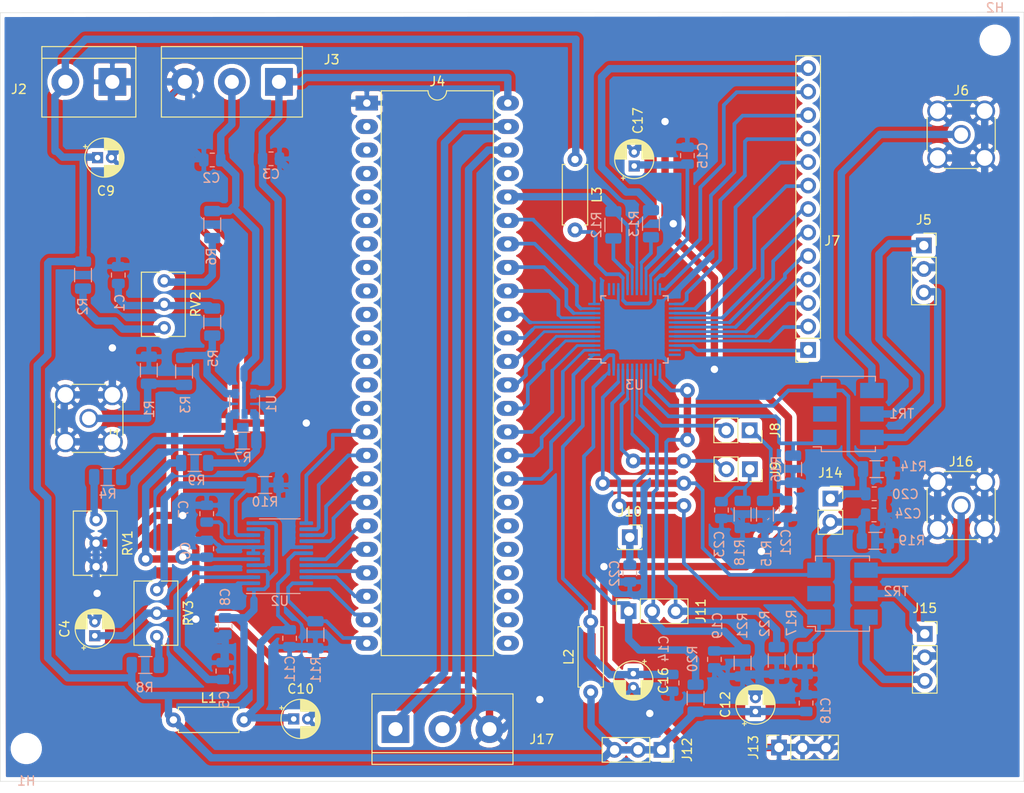
<source format=kicad_pcb>
(kicad_pcb (version 20171130) (host pcbnew "(5.1.10)-1")
  (title_block (title PCB) (date 2021-07-13) (rev V1.1) (company "Autor: Narvaez Pablo") (comment 1 "Revision: ") (comment 2 "Revisor Alumno: Ariel Cerfoglia") (comment 3 "Revisor Docente: Diego Brengi") (comment 4 "Licencia: GPLv3"))
  (layers (0 F.Cu mixed) (31 B.Cu mixed) (34 B.Paste user hide) (35 F.Paste user hide) (36 B.SilkS user) (37 F.SilkS user) (38 B.Mask user) (39 F.Mask user) (44 Edge.Cuts user))
  (net 0 "")
  (net 1 +3V3)
  (net 2 -5V)
  (net 3 +5V)
  (net 4 "Net-(C7-Pad1)")
  (net 5 "Net-(C10-Pad1)")
  (net 6 "Net-(R3-Pad2)")
  (net 7 "Net-(R4-Pad2)")
  (net 8 "Net-(R4-Pad1)")
  (net 9 "Net-(R7-Pad2)")
  (net 10 "Net-(C1-Pad2)")
  (net 11 "Net-(C4-Pad1)")
  (net 12 "Net-(C6-Pad1)")
  (net 13 GND)
  (net 14 "Net-(C15-Pad1)")
  (net 15 "Net-(C19-Pad1)")
  (net 16 "Net-(C20-Pad1)")
  (net 17 "Net-(C22-Pad1)")
  (net 18 "Net-(C23-Pad1)")
  (net 19 "Net-(C24-Pad1)")
  (net 20 /DAC/DA9)
  (net 21 /DAC/DA8)
  (net 22 /DAC/DA7)
  (net 23 /DAC/DA6)
  (net 24 /DAC/DA5)
  (net 25 "Net-(J7-Pad13)")
  (net 26 "Net-(J7-Pad12)")
  (net 27 "Net-(J7-Pad11)")
  (net 28 "Net-(J7-Pad10)")
  (net 29 "Net-(J7-Pad9)")
  (net 30 "Net-(J7-Pad8)")
  (net 31 "Net-(J7-Pad7)")
  (net 32 "Net-(J7-Pad6)")
  (net 33 "Net-(J7-Pad5)")
  (net 34 "Net-(J7-Pad4)")
  (net 35 "Net-(J7-Pad3)")
  (net 36 "Net-(J7-Pad2)")
  (net 37 "Net-(J7-Pad1)")
  (net 38 "Net-(J8-Pad2)")
  (net 39 "Net-(J11-Pad3)")
  (net 40 "Net-(J11-Pad1)")
  (net 41 "Net-(R8-Pad2)")
  (net 42 "Net-(R10-Pad1)")
  (net 43 "Net-(R12-Pad2)")
  (net 44 "Net-(R16-Pad1)")
  (net 45 "Net-(R17-Pad1)")
  (net 46 "Net-(U3-Pad36)")
  (net 47 "Net-(U3-Pad35)")
  (net 48 "Net-(U3-Pad14)")
  (net 49 "Net-(U3-Pad13)")
  (net 50 /FPGA_Conector/U4)
  (net 51 /FPGA_Conector/V4)
  (net 52 /FPGA_Conector/W5)
  (net 53 /ADC/CLK)
  (net 54 /ADC/PWR_DWN)
  (net 55 /FPGA_Conector/A14)
  (net 56 /ADC/D8)
  (net 57 /FPGA_Conector/B15)
  (net 58 /ADC/D7)
  (net 59 /FPGA_Conector/A15)
  (net 60 /ADC/D5)
  (net 61 /ADC/D4)
  (net 62 /FPGA_Conector/C15)
  (net 63 /ADC/D3)
  (net 64 /FPGA_Conector/K3)
  (net 65 /ADC/D2)
  (net 66 /FPGA_Conector/A16)
  (net 67 /ADC/D1)
  (net 68 /FPGA_Conector/L3)
  (net 69 /ADC/D0)
  (net 70 /FPGA_Conector/M3)
  (net 71 "Net-(J5-Pad3)")
  (net 72 "Net-(J5-Pad1)")
  (net 73 "Net-(J6-Pad1)")
  (net 74 "Net-(C14-Pad1)")
  (net 75 "Net-(C21-Pad2)")
  (net 76 "Net-(J9-Pad2)")
  (net 77 "Net-(J15-Pad3)")
  (net 78 "Net-(J15-Pad1)")
  (net 79 "Net-(J16-Pad1)")
  (net 80 "Net-(R2-Pad1)")
  (net 81 "Net-(R6-Pad2)")
  (net 82 "Net-(R13-Pad2)")
  (net 83 "Net-(J17-Pad1)")
  (net 84 /FPGA_Conector/N1)
  (net 85 "Net-(J1-Pad1)")
  (net 86 "Net-(J17-Pad2)")
  (net 87 /DAC/DA4)
  (net 88 /DAC/DA0)
  (net 89 /FPGA_Conector/V3)
  (net 90 /FPGA_Conector/W3)
  (net 91 /FPGA_Conector/V2)
  (net 92 /FPGA_Conector/W2)
  (net 93 /FPGA_Conector/U1)
  (net 94 /FPGA_Conector/T2)
  (net 95 /FPGA_Conector/T1)
  (net 96 /FPGA_Conector/R2)
  (net 97 /FPGA_Conector/T3)
  (net 98 /FPGA_Conector/R3)
  (net 99 /DAC/ClkA)
  (net 100 /DAC/DA1)
  (net 101 /DAC/DA2)
  (net 102 /DAC/DA3)
  (net 103 /FPGA_Conector/H1)
  (module Resistor_SMD:R_1206_3216Metric (layer B.Cu) (at 166.145 63.971 270)
    (fp_text reference R12 (at 0 1.82 270) (layer B.SilkS) (effects (justify mirror)))
    (fp_text value 0)
    (pad 2 smd roundrect (at 1.4625 0 270) (size 1.125 1.75) (layers B.Cu B.Paste B.Mask) (roundrect_rratio 0.2222213333333333) (net 43 "Net-(R12-Pad2)"))
    (pad 1 smd roundrect (at -1.4625 0 270) (size 1.125 1.75) (layers B.Cu B.Paste B.Mask) (roundrect_rratio 0.2222213333333333) (net 99 /DAC/ClkA))
  )
  (module TerminalBlock:TerminalBlock_bornier-3_P5.08mm (layer F.Cu) (at 142.6 118.5)
    (fp_text reference J17 (at 15.8 1.1) (layer F.SilkS))
    (fp_text value Screw_Terminal_01x03)
    (pad 3 thru_hole circle (at 10.16 0) (size 3 3) (drill 1.52) (layers *.Cu *.Mask) (net 13 GND))
    (pad 2 thru_hole circle (at 5.08 0) (size 3 3) (drill 1.52) (layers *.Cu *.Mask) (net 86 "Net-(J17-Pad2)"))
    (pad 1 thru_hole rect (at 0 0) (size 3 3) (drill 1.52) (layers *.Cu *.Mask) (net 83 "Net-(J17-Pad1)"))
  )
  (module RF_Mini-Circuits:Mini-Circuits_CD637_H5.23mm (layer B.Cu) (at 191.545 84.418)
    (fp_text reference TR1 (at 5.755 -0.018) (layer B.SilkS) (effects (justify mirror)))
    (fp_text value ADT4-6T)
    (pad 6 smd rect (at 2.54 2.54) (size 2.54 1.65) (layers B.Cu B.Paste B.Mask) (net 71 "Net-(J5-Pad3)"))
    (pad 5 smd rect (at 2.54 0) (size 2.54 1.65) (layers B.Cu B.Paste B.Mask) (net 72 "Net-(J5-Pad1)"))
    (pad 4 smd rect (at 2.54 -2.54) (size 2.54 1.65) (layers B.Cu B.Paste B.Mask) (net 73 "Net-(J6-Pad1)"))
    (pad 3 smd rect (at -2.54 -2.54) (size 2.54 1.65) (layers B.Cu B.Paste B.Mask) (net 16 "Net-(C20-Pad1)"))
    (pad 2 smd rect (at -2.54 0) (size 2.54 1.65) (layers B.Cu B.Paste B.Mask))
    (pad 1 smd rect (at -2.54 2.54) (size 2.54 1.65) (layers B.Cu B.Paste B.Mask) (net 44 "Net-(R16-Pad1)"))
  )
  (module TerminalBlock:TerminalBlock_bornier-2_P5.08mm (layer F.Cu) (at 112 48.5 180)
    (fp_text reference J2 (at 10.1 -0.8) (layer F.SilkS))
    (fp_text value Screw_Terminal_01x02)
    (pad 1 thru_hole rect (at 0 0 180) (size 3 3) (drill 1.52) (layers *.Cu *.Mask) (net 13 GND))
    (pad 2 thru_hole circle (at 5.08 0 180) (size 3 3) (drill 1.52) (layers *.Cu *.Mask) (net 1 +3V3))
  )
  (module Capacitor_THT:CP_Radial_D4.0mm_P1.50mm (layer F.Cu) (at 181.5 116.6 90)
    (fp_text reference C12 (at 0.75 -3.25 90) (layer F.SilkS))
    (fp_text value 1uf)
    (pad 2 thru_hole circle (at 1.5 0 90) (size 1.2 1.2) (drill 0.6) (layers *.Cu *.Mask) (net 13 GND))
    (pad 1 thru_hole rect (at 0 0 90) (size 1.2 1.2) (drill 0.6) (layers *.Cu *.Mask) (net 1 +3V3))
  )
  (module Capacitor_THT:CP_Radial_D4.0mm_P1.50mm (layer F.Cu) (at 168.4 57.6 90)
    (fp_text reference C17 (at 4.9 0.4 90) (layer F.SilkS))
    (fp_text value 10uf)
    (pad 2 thru_hole circle (at 1.5 0 90) (size 1.2 1.2) (drill 0.6) (layers *.Cu *.Mask) (net 13 GND))
    (pad 1 thru_hole rect (at 0 0 90) (size 1.2 1.2) (drill 0.6) (layers *.Cu *.Mask) (net 14 "Net-(C15-Pad1)"))
  )
  (module Capacitor_THT:CP_Radial_D4.0mm_P1.50mm (layer F.Cu) (at 168.304 112.5 270)
    (fp_text reference C16 (at 0.75 -3.25 90) (layer F.SilkS))
    (fp_text value 10uf)
    (pad 2 thru_hole circle (at 1.5 0 270) (size 1.2 1.2) (drill 0.6) (layers *.Cu *.Mask) (net 13 GND))
    (pad 1 thru_hole rect (at 0 0 270) (size 1.2 1.2) (drill 0.6) (layers *.Cu *.Mask) (net 74 "Net-(C14-Pad1)"))
  )
  (module Package_DIP:DIP-48_W15.24mm_LongPads (layer F.Cu) (at 139.5 50.8)
    (fp_text reference J4 (at 7.62 -2.33) (layer F.SilkS))
    (fp_text value Conn_02x24_Counter_Clockwise)
    (pad 48 thru_hole oval (at 15.24 0) (size 2.4 1.6) (drill 0.8) (layers *.Cu *.Mask) (net 3 +5V))
    (pad 24 thru_hole oval (at 0 58.42) (size 2.4 1.6) (drill 0.8) (layers *.Cu *.Mask) (net 54 /ADC/PWR_DWN))
    (pad 47 thru_hole oval (at 15.24 2.54) (size 2.4 1.6) (drill 0.8) (layers *.Cu *.Mask) (net 83 "Net-(J17-Pad1)"))
    (pad 23 thru_hole oval (at 0 55.88) (size 2.4 1.6) (drill 0.8) (layers *.Cu *.Mask) (net 53 /ADC/CLK))
    (pad 46 thru_hole oval (at 15.24 5.08) (size 2.4 1.6) (drill 0.8) (layers *.Cu *.Mask) (net 86 "Net-(J17-Pad2)"))
    (pad 22 thru_hole oval (at 0 53.34) (size 2.4 1.6) (drill 0.8) (layers *.Cu *.Mask) (net 69 /ADC/D0))
    (pad 45 thru_hole oval (at 15.24 7.62) (size 2.4 1.6) (drill 0.8) (layers *.Cu *.Mask) (net 84 /FPGA_Conector/N1))
    (pad 21 thru_hole oval (at 0 50.8) (size 2.4 1.6) (drill 0.8) (layers *.Cu *.Mask) (net 67 /ADC/D1))
    (pad 44 thru_hole oval (at 15.24 10.16) (size 2.4 1.6) (drill 0.8) (layers *.Cu *.Mask) (net 99 /DAC/ClkA))
    (pad 20 thru_hole oval (at 0 48.26) (size 2.4 1.6) (drill 0.8) (layers *.Cu *.Mask) (net 65 /ADC/D2))
    (pad 43 thru_hole oval (at 15.24 12.7) (size 2.4 1.6) (drill 0.8) (layers *.Cu *.Mask) (net 88 /DAC/DA0))
    (pad 19 thru_hole oval (at 0 45.72) (size 2.4 1.6) (drill 0.8) (layers *.Cu *.Mask) (net 63 /ADC/D3))
    (pad 42 thru_hole oval (at 15.24 15.24) (size 2.4 1.6) (drill 0.8) (layers *.Cu *.Mask) (net 100 /DAC/DA1))
    (pad 18 thru_hole oval (at 0 43.18) (size 2.4 1.6) (drill 0.8) (layers *.Cu *.Mask) (net 61 /ADC/D4))
    (pad 41 thru_hole oval (at 15.24 17.78) (size 2.4 1.6) (drill 0.8) (layers *.Cu *.Mask) (net 101 /DAC/DA2))
    (pad 17 thru_hole oval (at 0 40.64) (size 2.4 1.6) (drill 0.8) (layers *.Cu *.Mask) (net 60 /ADC/D5))
    (pad 40 thru_hole oval (at 15.24 20.32) (size 2.4 1.6) (drill 0.8) (layers *.Cu *.Mask) (net 102 /DAC/DA3))
    (pad 16 thru_hole oval (at 0 38.1) (size 2.4 1.6) (drill 0.8) (layers *.Cu *.Mask) (net 58 /ADC/D7))
    (pad 39 thru_hole oval (at 15.24 22.86) (size 2.4 1.6) (drill 0.8) (layers *.Cu *.Mask) (net 87 /DAC/DA4))
    (pad 15 thru_hole oval (at 0 35.56) (size 2.4 1.6) (drill 0.8) (layers *.Cu *.Mask) (net 56 /ADC/D8))
    (pad 38 thru_hole oval (at 15.24 25.4) (size 2.4 1.6) (drill 0.8) (layers *.Cu *.Mask) (net 24 /DAC/DA5))
    (pad 14 thru_hole oval (at 0 33.02) (size 2.4 1.6) (drill 0.8) (layers *.Cu *.Mask) (net 50 /FPGA_Conector/U4))
    (pad 37 thru_hole oval (at 15.24 27.94) (size 2.4 1.6) (drill 0.8) (layers *.Cu *.Mask) (net 23 /DAC/DA6))
    (pad 13 thru_hole oval (at 0 30.48) (size 2.4 1.6) (drill 0.8) (layers *.Cu *.Mask) (net 51 /FPGA_Conector/V4))
    (pad 36 thru_hole oval (at 15.24 30.48) (size 2.4 1.6) (drill 0.8) (layers *.Cu *.Mask) (net 22 /DAC/DA7))
    (pad 12 thru_hole oval (at 0 27.94) (size 2.4 1.6) (drill 0.8) (layers *.Cu *.Mask) (net 52 /FPGA_Conector/W5))
    (pad 35 thru_hole oval (at 15.24 33.02) (size 2.4 1.6) (drill 0.8) (layers *.Cu *.Mask) (net 21 /DAC/DA8))
    (pad 11 thru_hole oval (at 0 25.4) (size 2.4 1.6) (drill 0.8) (layers *.Cu *.Mask) (net 89 /FPGA_Conector/V3))
    (pad 34 thru_hole oval (at 15.24 35.56) (size 2.4 1.6) (drill 0.8) (layers *.Cu *.Mask) (net 20 /DAC/DA9))
    (pad 10 thru_hole oval (at 0 22.86) (size 2.4 1.6) (drill 0.8) (layers *.Cu *.Mask) (net 90 /FPGA_Conector/W3))
    (pad 33 thru_hole oval (at 15.24 38.1) (size 2.4 1.6) (drill 0.8) (layers *.Cu *.Mask) (net 55 /FPGA_Conector/A14))
    (pad 9 thru_hole oval (at 0 20.32) (size 2.4 1.6) (drill 0.8) (layers *.Cu *.Mask) (net 91 /FPGA_Conector/V2))
    (pad 32 thru_hole oval (at 15.24 40.64) (size 2.4 1.6) (drill 0.8) (layers *.Cu *.Mask) (net 57 /FPGA_Conector/B15))
    (pad 8 thru_hole oval (at 0 17.78) (size 2.4 1.6) (drill 0.8) (layers *.Cu *.Mask) (net 92 /FPGA_Conector/W2))
    (pad 31 thru_hole oval (at 15.24 43.18) (size 2.4 1.6) (drill 0.8) (layers *.Cu *.Mask) (net 59 /FPGA_Conector/A15))
    (pad 7 thru_hole oval (at 0 15.24) (size 2.4 1.6) (drill 0.8) (layers *.Cu *.Mask) (net 93 /FPGA_Conector/U1))
    (pad 30 thru_hole oval (at 15.24 45.72) (size 2.4 1.6) (drill 0.8) (layers *.Cu *.Mask) (net 103 /FPGA_Conector/H1))
    (pad 6 thru_hole oval (at 0 12.7) (size 2.4 1.6) (drill 0.8) (layers *.Cu *.Mask) (net 94 /FPGA_Conector/T2))
    (pad 29 thru_hole oval (at 15.24 48.26) (size 2.4 1.6) (drill 0.8) (layers *.Cu *.Mask) (net 62 /FPGA_Conector/C15))
    (pad 5 thru_hole oval (at 0 10.16) (size 2.4 1.6) (drill 0.8) (layers *.Cu *.Mask) (net 95 /FPGA_Conector/T1))
    (pad 28 thru_hole oval (at 15.24 50.8) (size 2.4 1.6) (drill 0.8) (layers *.Cu *.Mask) (net 64 /FPGA_Conector/K3))
    (pad 4 thru_hole oval (at 0 7.62) (size 2.4 1.6) (drill 0.8) (layers *.Cu *.Mask) (net 96 /FPGA_Conector/R2))
    (pad 27 thru_hole oval (at 15.24 53.34) (size 2.4 1.6) (drill 0.8) (layers *.Cu *.Mask) (net 66 /FPGA_Conector/A16))
    (pad 3 thru_hole oval (at 0 5.08) (size 2.4 1.6) (drill 0.8) (layers *.Cu *.Mask) (net 97 /FPGA_Conector/T3))
    (pad 26 thru_hole oval (at 15.24 55.88) (size 2.4 1.6) (drill 0.8) (layers *.Cu *.Mask) (net 68 /FPGA_Conector/L3))
    (pad 2 thru_hole oval (at 0 2.54) (size 2.4 1.6) (drill 0.8) (layers *.Cu *.Mask) (net 98 /FPGA_Conector/R3))
    (pad 25 thru_hole oval (at 15.24 58.42) (size 2.4 1.6) (drill 0.8) (layers *.Cu *.Mask) (net 70 /FPGA_Conector/M3))
    (pad 1 thru_hole rect (at 0 0) (size 2.4 1.6) (drill 0.8) (layers *.Cu *.Mask) (net 13 GND))
  )
  (module Package_QFP:TQFP-48_7x7mm_P0.5mm (layer B.Cu) (at 168.431 75.274)
    (fp_text reference U3 (at 0 6) (layer B.SilkS) (effects (justify mirror)))
    (fp_text value DAC5662A)
    (pad 48 smd rect (at -2.75 4.35 270) (size 1.3 0.25) (layers B.Cu B.Paste B.Mask) (net 40 "Net-(J11-Pad1)"))
    (pad 47 smd rect (at -2.25 4.35 270) (size 1.3 0.25) (layers B.Cu B.Paste B.Mask) (net 74 "Net-(C14-Pad1)"))
    (pad 46 smd rect (at -1.75 4.35 270) (size 1.3 0.25) (layers B.Cu B.Paste B.Mask) (net 19 "Net-(C24-Pad1)"))
    (pad 45 smd rect (at -1.25 4.35 270) (size 1.3 0.25) (layers B.Cu B.Paste B.Mask) (net 45 "Net-(R17-Pad1)"))
    (pad 44 smd rect (at -0.75 4.35 270) (size 1.3 0.25) (layers B.Cu B.Paste B.Mask) (net 76 "Net-(J9-Pad2)"))
    (pad 43 smd rect (at -0.25 4.35 270) (size 1.3 0.25) (layers B.Cu B.Paste B.Mask) (net 17 "Net-(C22-Pad1)"))
    (pad 42 smd rect (at 0.25 4.35 270) (size 1.3 0.25) (layers B.Cu B.Paste B.Mask) (net 15 "Net-(C19-Pad1)"))
    (pad 41 smd rect (at 0.75 4.35 270) (size 1.3 0.25) (layers B.Cu B.Paste B.Mask) (net 38 "Net-(J8-Pad2)"))
    (pad 40 smd rect (at 1.25 4.35 270) (size 1.3 0.25) (layers B.Cu B.Paste B.Mask) (net 44 "Net-(R16-Pad1)"))
    (pad 39 smd rect (at 1.75 4.35 270) (size 1.3 0.25) (layers B.Cu B.Paste B.Mask) (net 16 "Net-(C20-Pad1)"))
    (pad 38 smd rect (at 2.25 4.35 270) (size 1.3 0.25) (layers B.Cu B.Paste B.Mask) (net 13 GND))
    (pad 37 smd rect (at 2.75 4.35 270) (size 1.3 0.25) (layers B.Cu B.Paste B.Mask) (net 39 "Net-(J11-Pad3)"))
    (pad 36 smd rect (at 4.35 2.75) (size 1.3 0.25) (layers B.Cu B.Paste B.Mask) (net 46 "Net-(U3-Pad36)"))
    (pad 35 smd rect (at 4.35 2.25) (size 1.3 0.25) (layers B.Cu B.Paste B.Mask) (net 47 "Net-(U3-Pad35)"))
    (pad 34 smd rect (at 4.35 1.75) (size 1.3 0.25) (layers B.Cu B.Paste B.Mask) (net 37 "Net-(J7-Pad1)"))
    (pad 33 smd rect (at 4.35 1.25) (size 1.3 0.25) (layers B.Cu B.Paste B.Mask) (net 36 "Net-(J7-Pad2)"))
    (pad 32 smd rect (at 4.35 0.75) (size 1.3 0.25) (layers B.Cu B.Paste B.Mask) (net 35 "Net-(J7-Pad3)"))
    (pad 31 smd rect (at 4.35 0.25) (size 1.3 0.25) (layers B.Cu B.Paste B.Mask) (net 34 "Net-(J7-Pad4)"))
    (pad 30 smd rect (at 4.35 -0.25) (size 1.3 0.25) (layers B.Cu B.Paste B.Mask) (net 33 "Net-(J7-Pad5)"))
    (pad 29 smd rect (at 4.35 -0.75) (size 1.3 0.25) (layers B.Cu B.Paste B.Mask) (net 32 "Net-(J7-Pad6)"))
    (pad 28 smd rect (at 4.35 -1.25) (size 1.3 0.25) (layers B.Cu B.Paste B.Mask) (net 31 "Net-(J7-Pad7)"))
    (pad 27 smd rect (at 4.35 -1.75) (size 1.3 0.25) (layers B.Cu B.Paste B.Mask) (net 30 "Net-(J7-Pad8)"))
    (pad 26 smd rect (at 4.35 -2.25) (size 1.3 0.25) (layers B.Cu B.Paste B.Mask) (net 29 "Net-(J7-Pad9)"))
    (pad 25 smd rect (at 4.35 -2.75) (size 1.3 0.25) (layers B.Cu B.Paste B.Mask) (net 28 "Net-(J7-Pad10)"))
    (pad 24 smd rect (at 2.75 -4.35 270) (size 1.3 0.25) (layers B.Cu B.Paste B.Mask) (net 27 "Net-(J7-Pad11)"))
    (pad 23 smd rect (at 2.25 -4.35 270) (size 1.3 0.25) (layers B.Cu B.Paste B.Mask) (net 26 "Net-(J7-Pad12)"))
    (pad 22 smd rect (at 1.75 -4.35 270) (size 1.3 0.25) (layers B.Cu B.Paste B.Mask) (net 14 "Net-(C15-Pad1)"))
    (pad 21 smd rect (at 1.25 -4.35 270) (size 1.3 0.25) (layers B.Cu B.Paste B.Mask) (net 13 GND))
    (pad 20 smd rect (at 0.75 -4.35 270) (size 1.3 0.25) (layers B.Cu B.Paste B.Mask) (net 82 "Net-(R13-Pad2)"))
    (pad 19 smd rect (at 0.25 -4.35 270) (size 1.3 0.25) (layers B.Cu B.Paste B.Mask) (net 25 "Net-(J7-Pad13)"))
    (pad 18 smd rect (at -0.25 -4.35 270) (size 1.3 0.25) (layers B.Cu B.Paste B.Mask) (net 99 /DAC/ClkA))
    (pad 17 smd rect (at -0.75 -4.35 270) (size 1.3 0.25) (layers B.Cu B.Paste B.Mask) (net 43 "Net-(R12-Pad2)"))
    (pad 16 smd rect (at -1.25 -4.35 270) (size 1.3 0.25) (layers B.Cu B.Paste B.Mask) (net 14 "Net-(C15-Pad1)"))
    (pad 15 smd rect (at -1.75 -4.35 270) (size 1.3 0.25) (layers B.Cu B.Paste B.Mask) (net 13 GND))
    (pad 14 smd rect (at -2.25 -4.35 270) (size 1.3 0.25) (layers B.Cu B.Paste B.Mask) (net 48 "Net-(U3-Pad14)"))
    (pad 13 smd rect (at -2.75 -4.35 270) (size 1.3 0.25) (layers B.Cu B.Paste B.Mask) (net 49 "Net-(U3-Pad13)"))
    (pad 12 smd rect (at -4.35 -2.75) (size 1.3 0.25) (layers B.Cu B.Paste B.Mask) (net 88 /DAC/DA0))
    (pad 11 smd rect (at -4.35 -2.25) (size 1.3 0.25) (layers B.Cu B.Paste B.Mask) (net 100 /DAC/DA1))
    (pad 10 smd rect (at -4.35 -1.75) (size 1.3 0.25) (layers B.Cu B.Paste B.Mask) (net 101 /DAC/DA2))
    (pad 9 smd rect (at -4.35 -1.25) (size 1.3 0.25) (layers B.Cu B.Paste B.Mask) (net 102 /DAC/DA3))
    (pad 8 smd rect (at -4.35 -0.75) (size 1.3 0.25) (layers B.Cu B.Paste B.Mask) (net 87 /DAC/DA4))
    (pad 7 smd rect (at -4.35 -0.25) (size 1.3 0.25) (layers B.Cu B.Paste B.Mask) (net 24 /DAC/DA5))
    (pad 6 smd rect (at -4.35 0.25) (size 1.3 0.25) (layers B.Cu B.Paste B.Mask) (net 23 /DAC/DA6))
    (pad 5 smd rect (at -4.35 0.75) (size 1.3 0.25) (layers B.Cu B.Paste B.Mask) (net 22 /DAC/DA7))
    (pad 4 smd rect (at -4.35 1.25) (size 1.3 0.25) (layers B.Cu B.Paste B.Mask) (net 21 /DAC/DA8))
    (pad 3 smd rect (at -4.35 1.75) (size 1.3 0.25) (layers B.Cu B.Paste B.Mask) (net 20 /DAC/DA9))
    (pad 2 smd rect (at -4.35 2.25) (size 1.3 0.25) (layers B.Cu B.Paste B.Mask) (net 55 /FPGA_Conector/A14))
    (pad 1 smd rect (at -4.35 2.75) (size 1.3 0.25) (layers B.Cu B.Paste B.Mask) (net 57 /FPGA_Conector/B15))
  )
  (module Package_SO:TSSOP-24_4.4x7.8mm_P0.65mm (layer B.Cu) (at 130.1 99.8)
    (fp_text reference U2 (at 0 4.85) (layer B.SilkS) (effects (justify mirror)))
    (fp_text value ADC080200)
    (pad 1 smd roundrect (at -2.8625 3.575) (size 1.475 0.4) (layers B.Cu B.Paste B.Mask) (net 1 +3V3))
    (pad 2 smd roundrect (at -2.8625 2.925) (size 1.475 0.4) (layers B.Cu B.Paste B.Mask) (net 13 GND))
    (pad 3 smd roundrect (at -2.8625 2.275) (size 1.475 0.4) (layers B.Cu B.Paste B.Mask) (net 11 "Net-(C4-Pad1)"))
    (pad 4 smd roundrect (at -2.8625 1.625) (size 1.475 0.4) (layers B.Cu B.Paste B.Mask) (net 1 +3V3))
    (pad 5 smd roundrect (at -2.8625 0.975) (size 1.475 0.4) (layers B.Cu B.Paste B.Mask) (net 13 GND))
    (pad 6 smd roundrect (at -2.8625 0.325) (size 1.475 0.4) (layers B.Cu B.Paste B.Mask) (net 12 "Net-(C6-Pad1)"))
    (pad 7 smd roundrect (at -2.8625 -0.325) (size 1.475 0.4) (layers B.Cu B.Paste B.Mask) (net 13 GND))
    (pad 8 smd roundrect (at -2.8625 -0.975) (size 1.475 0.4) (layers B.Cu B.Paste B.Mask) (net 13 GND))
    (pad 9 smd roundrect (at -2.8625 -1.625) (size 1.475 0.4) (layers B.Cu B.Paste B.Mask) (net 4 "Net-(C7-Pad1)"))
    (pad 10 smd roundrect (at -2.8625 -2.275) (size 1.475 0.4) (layers B.Cu B.Paste B.Mask) (net 42 "Net-(R10-Pad1)"))
    (pad 11 smd roundrect (at -2.8625 -2.925) (size 1.475 0.4) (layers B.Cu B.Paste B.Mask) (net 13 GND))
    (pad 12 smd roundrect (at -2.8625 -3.575) (size 1.475 0.4) (layers B.Cu B.Paste B.Mask) (net 1 +3V3))
    (pad 13 smd roundrect (at 2.8625 -3.575) (size 1.475 0.4) (layers B.Cu B.Paste B.Mask) (net 56 /ADC/D8))
    (pad 14 smd roundrect (at 2.8625 -2.925) (size 1.475 0.4) (layers B.Cu B.Paste B.Mask) (net 58 /ADC/D7))
    (pad 15 smd roundrect (at 2.8625 -2.275) (size 1.475 0.4) (layers B.Cu B.Paste B.Mask) (net 60 /ADC/D5))
    (pad 16 smd roundrect (at 2.8625 -1.625) (size 1.475 0.4) (layers B.Cu B.Paste B.Mask) (net 61 /ADC/D4))
    (pad 17 smd roundrect (at 2.8625 -0.975) (size 1.475 0.4) (layers B.Cu B.Paste B.Mask) (net 13 GND))
    (pad 18 smd roundrect (at 2.8625 -0.325) (size 1.475 0.4) (layers B.Cu B.Paste B.Mask) (net 5 "Net-(C10-Pad1)"))
    (pad 19 smd roundrect (at 2.8625 0.325) (size 1.475 0.4) (layers B.Cu B.Paste B.Mask) (net 63 /ADC/D3))
    (pad 20 smd roundrect (at 2.8625 0.975) (size 1.475 0.4) (layers B.Cu B.Paste B.Mask) (net 65 /ADC/D2))
    (pad 21 smd roundrect (at 2.8625 1.625) (size 1.475 0.4) (layers B.Cu B.Paste B.Mask) (net 67 /ADC/D1))
    (pad 22 smd roundrect (at 2.8625 2.275) (size 1.475 0.4) (layers B.Cu B.Paste B.Mask) (net 69 /ADC/D0))
    (pad 23 smd roundrect (at 2.8625 2.925) (size 1.475 0.4) (layers B.Cu B.Paste B.Mask) (net 54 /ADC/PWR_DWN))
    (pad 24 smd roundrect (at 2.8625 3.575) (size 1.475 0.4) (layers B.Cu B.Paste B.Mask) (net 53 /ADC/CLK))
  )
  (module Package_TO_SOT_SMD:SOT-23-5 (layer B.Cu) (at 126.295 83.327 90)
    (fp_text reference U1 (at 0 2.9 270) (layer B.SilkS) (effects (justify mirror)))
    (fp_text value LMH6702MF)
    (pad 1 smd rect (at -1.1 0.95 90) (size 1.06 0.65) (layers B.Cu B.Paste B.Mask) (net 9 "Net-(R7-Pad2)"))
    (pad 2 smd rect (at -1.1 0 90) (size 1.06 0.65) (layers B.Cu B.Paste B.Mask) (net 2 -5V))
    (pad 3 smd rect (at -1.1 -0.95 90) (size 1.06 0.65) (layers B.Cu B.Paste B.Mask) (net 7 "Net-(R4-Pad2)"))
    (pad 4 smd rect (at 1.1 -0.95 90) (size 1.06 0.65) (layers B.Cu B.Paste B.Mask) (net 6 "Net-(R3-Pad2)"))
    (pad 5 smd rect (at 1.1 0.95 90) (size 1.06 0.65) (layers B.Cu B.Paste B.Mask) (net 3 +5V))
  )
  (module RF_Mini-Circuits:Mini-Circuits_CD637_H5.23mm (layer B.Cu) (at 190.91 103.849)
    (fp_text reference TR2 (at 5.79 -0.249) (layer B.SilkS) (effects (justify mirror)))
    (fp_text value ADT4-6T)
    (pad 6 smd rect (at 2.54 2.54) (size 2.54 1.65) (layers B.Cu B.Paste B.Mask) (net 77 "Net-(J15-Pad3)"))
    (pad 5 smd rect (at 2.54 0) (size 2.54 1.65) (layers B.Cu B.Paste B.Mask) (net 78 "Net-(J15-Pad1)"))
    (pad 4 smd rect (at 2.54 -2.54) (size 2.54 1.65) (layers B.Cu B.Paste B.Mask) (net 79 "Net-(J16-Pad1)"))
    (pad 3 smd rect (at -2.54 -2.54) (size 2.54 1.65) (layers B.Cu B.Paste B.Mask) (net 19 "Net-(C24-Pad1)"))
    (pad 2 smd rect (at -2.54 0) (size 2.54 1.65) (layers B.Cu B.Paste B.Mask))
    (pad 1 smd rect (at -2.54 2.54) (size 2.54 1.65) (layers B.Cu B.Paste B.Mask) (net 45 "Net-(R17-Pad1)"))
  )
  (module Potentiometer_THT:Potentiometer_Bourns_3266Y_Vertical (layer F.Cu) (at 116.8 108.5 270)
    (fp_text reference RV3 (at -2.54 -3.41 90) (layer F.SilkS))
    (fp_text value 1k)
    (pad 1 thru_hole circle (at 0 0 270) (size 1.44 1.44) (drill 0.8) (layers *.Cu *.Mask) (net 41 "Net-(R8-Pad2)"))
    (pad 2 thru_hole circle (at -2.54 0 270) (size 1.44 1.44) (drill 0.8) (layers *.Cu *.Mask) (net 11 "Net-(C4-Pad1)"))
    (pad 3 thru_hole circle (at -5.08 0 270) (size 1.44 1.44) (drill 0.8) (layers *.Cu *.Mask) (net 42 "Net-(R10-Pad1)"))
  )
  (module Potentiometer_THT:Potentiometer_Bourns_3266Y_Vertical (layer F.Cu) (at 117.6 75.1 270)
    (fp_text reference RV2 (at -2.54 -3.41 90) (layer F.SilkS))
    (fp_text value 1k)
    (pad 1 thru_hole circle (at 0 0 270) (size 1.44 1.44) (drill 0.8) (layers *.Cu *.Mask) (net 80 "Net-(R2-Pad1)"))
    (pad 2 thru_hole circle (at -2.54 0 270) (size 1.44 1.44) (drill 0.8) (layers *.Cu *.Mask) (net 10 "Net-(C1-Pad2)"))
    (pad 3 thru_hole circle (at -5.08 0 270) (size 1.44 1.44) (drill 0.8) (layers *.Cu *.Mask) (net 81 "Net-(R6-Pad2)"))
  )
  (module Potentiometer_THT:Potentiometer_Bourns_3266Y_Vertical (layer F.Cu) (at 110.246 100.931 270)
    (fp_text reference RV1 (at -2.54 -3.41 90) (layer F.SilkS))
    (fp_text value 10)
    (pad 1 thru_hole circle (at 0 0 270) (size 1.44 1.44) (drill 0.8) (layers *.Cu *.Mask) (net 13 GND))
    (pad 2 thru_hole circle (at -2.54 0 270) (size 1.44 1.44) (drill 0.8) (layers *.Cu *.Mask) (net 13 GND))
    (pad 3 thru_hole circle (at -5.08 0 270) (size 1.44 1.44) (drill 0.8) (layers *.Cu *.Mask) (net 8 "Net-(R4-Pad1)"))
  )
  (module Resistor_SMD:R_1206_3216Metric (layer B.Cu) (at 183.798 111.088 270)
    (fp_text reference R22 (at -3.988 1.298 270) (layer B.SilkS) (effects (justify mirror)))
    (fp_text value 3k3)
    (pad 2 smd roundrect (at 1.4625 0 270) (size 1.125 1.75) (layers B.Cu B.Paste B.Mask) (roundrect_rratio 0.2222204444444444) (net 13 GND))
    (pad 1 smd roundrect (at -1.4625 0 270) (size 1.125 1.75) (layers B.Cu B.Paste B.Mask) (roundrect_rratio 0.2222204444444444) (net 39 "Net-(J11-Pad3)"))
  )
  (module Resistor_SMD:R_1206_3216Metric (layer B.Cu) (at 180.115 111.342 270)
    (fp_text reference R21 (at -4.042 0.015 270) (layer B.SilkS) (effects (justify mirror)))
    (fp_text value 3k3)
    (pad 2 smd roundrect (at 1.4625 0 270) (size 1.125 1.75) (layers B.Cu B.Paste B.Mask) (roundrect_rratio 0.2222204444444444) (net 13 GND))
    (pad 1 smd roundrect (at -1.4625 0 270) (size 1.125 1.75) (layers B.Cu B.Paste B.Mask) (roundrect_rratio 0.2222204444444444) (net 15 "Net-(C19-Pad1)"))
  )
  (module Resistor_SMD:R_1206_3216Metric (layer B.Cu) (at 175.035 115.152 90)
    (fp_text reference R20 (at 4.252 -0.335 270) (layer B.SilkS) (effects (justify mirror)))
    (fp_text value 3k3)
    (pad 2 smd roundrect (at 1.4625 0 90) (size 1.125 1.75) (layers B.Cu B.Paste B.Mask) (roundrect_rratio 0.2222204444444444) (net 40 "Net-(J11-Pad1)"))
    (pad 1 smd roundrect (at -1.4625 0 90) (size 1.125 1.75) (layers B.Cu B.Paste B.Mask) (roundrect_rratio 0.2222204444444444) (net 1 +3V3))
  )
  (module Resistor_SMD:R_1206_3216Metric (layer B.Cu) (at 194.466 98.134)
    (fp_text reference R19 (at 3.934 -0.034) (layer B.SilkS) (effects (justify mirror)))
    (fp_text value 50)
    (pad 2 smd roundrect (at 1.4625 0) (size 1.125 1.75) (layers B.Cu B.Paste B.Mask) (roundrect_rratio 0.2222204444444444) (net 13 GND))
    (pad 1 smd roundrect (at -1.4625 0) (size 1.125 1.75) (layers B.Cu B.Paste B.Mask) (roundrect_rratio 0.2222204444444444) (net 19 "Net-(C24-Pad1)"))
  )
  (module Resistor_SMD:R_1206_3216Metric (layer B.Cu) (at 180.115 95.2785 270)
    (fp_text reference R18 (at 4.1215 0.315 270) (layer B.SilkS) (effects (justify mirror)))
    (fp_text value 2K)
    (pad 2 smd roundrect (at 1.4625 0 270) (size 1.125 1.75) (layers B.Cu B.Paste B.Mask) (roundrect_rratio 0.2222204444444444) (net 13 GND))
    (pad 1 smd roundrect (at -1.4625 0 270) (size 1.125 1.75) (layers B.Cu B.Paste B.Mask) (roundrect_rratio 0.2222204444444444) (net 18 "Net-(C23-Pad1)"))
  )
  (module Resistor_SMD:R_1206_3216Metric (layer B.Cu) (at 186.846 111.088 270)
    (fp_text reference R17 (at -4.088 1.446 270) (layer B.SilkS) (effects (justify mirror)))
    (fp_text value 25)
    (pad 2 smd roundrect (at 1.4625 0 270) (size 1.125 1.75) (layers B.Cu B.Paste B.Mask) (roundrect_rratio 0.2222204444444444) (net 13 GND))
    (pad 1 smd roundrect (at -1.4625 0 270) (size 1.125 1.75) (layers B.Cu B.Paste B.Mask) (roundrect_rratio 0.2222204444444444) (net 45 "Net-(R17-Pad1)"))
  )
  (module Resistor_SMD:R_1206_3216Metric (layer B.Cu) (at 185.576 90.387 270)
    (fp_text reference R16 (at 0 1.82 270) (layer B.SilkS) (effects (justify mirror)))
    (fp_text value 25)
    (pad 2 smd roundrect (at 1.4625 0 270) (size 1.125 1.75) (layers B.Cu B.Paste B.Mask) (roundrect_rratio 0.2222204444444444) (net 13 GND))
    (pad 1 smd roundrect (at -1.4625 0 270) (size 1.125 1.75) (layers B.Cu B.Paste B.Mask) (roundrect_rratio 0.2222204444444444) (net 44 "Net-(R16-Pad1)"))
  )
  (module Resistor_SMD:R_1206_3216Metric (layer B.Cu) (at 182.528 95.2785 90)
    (fp_text reference R15 (at -4.2215 0.172 270) (layer B.SilkS) (effects (justify mirror)))
    (fp_text value 2K)
    (pad 2 smd roundrect (at 1.4625 0 90) (size 1.125 1.75) (layers B.Cu B.Paste B.Mask) (roundrect_rratio 0.2222204444444444) (net 75 "Net-(C21-Pad2)"))
    (pad 1 smd roundrect (at -1.4625 0 90) (size 1.125 1.75) (layers B.Cu B.Paste B.Mask) (roundrect_rratio 0.2222204444444444) (net 13 GND))
  )
  (module Resistor_SMD:R_1206_3216Metric (layer B.Cu) (at 194.593 90.387)
    (fp_text reference R14 (at 4.007 -0.287) (layer B.SilkS) (effects (justify mirror)))
    (fp_text value 50)
    (pad 2 smd roundrect (at 1.4625 0) (size 1.125 1.75) (layers B.Cu B.Paste B.Mask) (roundrect_rratio 0.2222204444444444) (net 13 GND))
    (pad 1 smd roundrect (at -1.4625 0) (size 1.125 1.75) (layers B.Cu B.Paste B.Mask) (roundrect_rratio 0.2222204444444444) (net 16 "Net-(C20-Pad1)"))
  )
  (module Resistor_SMD:R_1206_3216Metric (layer B.Cu) (at 170.209 63.844 270)
    (fp_text reference R13 (at 0 1.82 270) (layer B.SilkS) (effects (justify mirror)))
    (fp_text value 0)
    (pad 2 smd roundrect (at 1.4625 0 270) (size 1.125 1.75) (layers B.Cu B.Paste B.Mask) (roundrect_rratio 0.2222204444444444) (net 82 "Net-(R13-Pad2)"))
    (pad 1 smd roundrect (at -1.4625 0 270) (size 1.125 1.75) (layers B.Cu B.Paste B.Mask) (roundrect_rratio 0.2222204444444444) (net 25 "Net-(J7-Pad13)"))
  )
  (module Resistor_SMD:R_1206_3216Metric (layer B.Cu) (at 133.949 108.292 270)
    (fp_text reference R11 (at 3.808 -0.051 270) (layer B.SilkS) (effects (justify mirror)))
    (fp_text value 4.7k)
    (pad 1 smd roundrect (at -1.4625 0 270) (size 1.125 1.75) (layers B.Cu B.Paste B.Mask) (roundrect_rratio 0.2222204444444444) (net 54 /ADC/PWR_DWN))
    (pad 2 smd roundrect (at 1.4625 0 270) (size 1.125 1.75) (layers B.Cu B.Paste B.Mask) (roundrect_rratio 0.2222204444444444) (net 13 GND))
  )
  (module Resistor_SMD:R_1206_3216Metric (layer B.Cu) (at 128.5 92.1)
    (fp_text reference R10 (at 0 1.82) (layer B.SilkS) (effects (justify mirror)))
    (fp_text value 1)
    (pad 1 smd roundrect (at -1.4625 0) (size 1.125 1.75) (layers B.Cu B.Paste B.Mask) (roundrect_rratio 0.2222204444444444) (net 42 "Net-(R10-Pad1)"))
    (pad 2 smd roundrect (at 1.4625 0) (size 1.125 1.75) (layers B.Cu B.Paste B.Mask) (roundrect_rratio 0.2222204444444444) (net 13 GND))
  )
  (module Resistor_SMD:R_1206_3216Metric (layer B.Cu) (at 120.895 89.72 180)
    (fp_text reference R9 (at -0.205 -1.88) (layer B.SilkS) (effects (justify mirror)))
    (fp_text value 22)
    (pad 1 smd roundrect (at -1.4625 0 180) (size 1.125 1.75) (layers B.Cu B.Paste B.Mask) (roundrect_rratio 0.2222204444444444) (net 9 "Net-(R7-Pad2)"))
    (pad 2 smd roundrect (at 1.4625 0 180) (size 1.125 1.75) (layers B.Cu B.Paste B.Mask) (roundrect_rratio 0.2222204444444444) (net 12 "Net-(C6-Pad1)"))
  )
  (module Resistor_SMD:R_1206_3216Metric (layer B.Cu) (at 115.561 111.564)
    (fp_text reference R8 (at -0.061 2.436) (layer B.SilkS) (effects (justify mirror)))
    (fp_text value 1)
    (pad 1 smd roundrect (at -1.4625 0) (size 1.125 1.75) (layers B.Cu B.Paste B.Mask) (roundrect_rratio 0.2222204444444444) (net 1 +3V3))
    (pad 2 smd roundrect (at 1.4625 0) (size 1.125 1.75) (layers B.Cu B.Paste B.Mask) (roundrect_rratio 0.2222204444444444) (net 41 "Net-(R8-Pad2)"))
  )
  (module Resistor_SMD:R_1206_3216Metric (layer B.Cu) (at 126.102 87.307)
    (fp_text reference R7 (at 0 1.82) (layer B.SilkS) (effects (justify mirror)))
    (fp_text value 200)
    (pad 1 smd roundrect (at -1.4625 0) (size 1.125 1.75) (layers B.Cu B.Paste B.Mask) (roundrect_rratio 0.2222204444444444) (net 7 "Net-(R4-Pad2)"))
    (pad 2 smd roundrect (at 1.4625 0) (size 1.125 1.75) (layers B.Cu B.Paste B.Mask) (roundrect_rratio 0.2222204444444444) (net 9 "Net-(R7-Pad2)"))
  )
  (module Resistor_SMD:R_1206_3216Metric (layer B.Cu) (at 122.8 63.939 270)
    (fp_text reference R6 (at 3.461 0.1 270) (layer B.SilkS) (effects (justify mirror)))
    (fp_text value 4.7k)
    (pad 1 smd roundrect (at -1.4625 0 270) (size 1.125 1.75) (layers B.Cu B.Paste B.Mask) (roundrect_rratio 0.2222204444444444) (net 2 -5V))
    (pad 2 smd roundrect (at 1.4625 0 270) (size 1.125 1.75) (layers B.Cu B.Paste B.Mask) (roundrect_rratio 0.2222204444444444) (net 81 "Net-(R6-Pad2)"))
  )
  (module Resistor_SMD:R_1206_3216Metric (layer B.Cu) (at 122.8 74.48 90)
    (fp_text reference R5 (at -3.92 0.1 270) (layer B.SilkS) (effects (justify mirror)))
    (fp_text value 47)
    (pad 1 smd roundrect (at -1.4625 0 90) (size 1.125 1.75) (layers B.Cu B.Paste B.Mask) (roundrect_rratio 0.2222204444444444) (net 6 "Net-(R3-Pad2)"))
    (pad 2 smd roundrect (at 1.4625 0 90) (size 1.125 1.75) (layers B.Cu B.Paste B.Mask) (roundrect_rratio 0.2222204444444444) (net 10 "Net-(C1-Pad2)"))
  )
  (module Resistor_SMD:R_1206_3216Metric (layer B.Cu) (at 111.497 91.244)
    (fp_text reference R4 (at 0 1.82) (layer B.SilkS) (effects (justify mirror)))
    (fp_text value 12)
    (pad 1 smd roundrect (at -1.4625 0) (size 1.125 1.75) (layers B.Cu B.Paste B.Mask) (roundrect_rratio 0.2222204444444444) (net 8 "Net-(R4-Pad1)"))
    (pad 2 smd roundrect (at 1.4625 0) (size 1.125 1.75) (layers B.Cu B.Paste B.Mask) (roundrect_rratio 0.2222204444444444) (net 7 "Net-(R4-Pad2)"))
  )
  (module Resistor_SMD:R_1206_3216Metric (layer B.Cu) (at 119.752 79.814 90)
    (fp_text reference R3 (at -3.586 0.148 270) (layer B.SilkS) (effects (justify mirror)))
    (fp_text value 240)
    (pad 1 smd roundrect (at -1.4625 0 90) (size 1.125 1.75) (layers B.Cu B.Paste B.Mask) (roundrect_rratio 0.2222204444444444) (net 85 "Net-(J1-Pad1)"))
    (pad 2 smd roundrect (at 1.4625 0 90) (size 1.125 1.75) (layers B.Cu B.Paste B.Mask) (roundrect_rratio 0.2222204444444444) (net 6 "Net-(R3-Pad2)"))
  )
  (module Resistor_SMD:R_1206_3216Metric (layer B.Cu) (at 108.83 69.4 90)
    (fp_text reference R2 (at -3.4 -0.03 270) (layer B.SilkS) (effects (justify mirror)))
    (fp_text value 1k)
    (pad 1 smd roundrect (at -1.4625 0 90) (size 1.125 1.75) (layers B.Cu B.Paste B.Mask) (roundrect_rratio 0.2222204444444444) (net 80 "Net-(R2-Pad1)"))
    (pad 2 smd roundrect (at 1.4625 0 90) (size 1.125 1.75) (layers B.Cu B.Paste B.Mask) (roundrect_rratio 0.2222204444444444) (net 1 +3V3))
  )
  (module Resistor_SMD:R_1206_3216Metric (layer B.Cu) (at 115.942 79.687 270)
    (fp_text reference R1 (at 4.213 -0.058 270) (layer B.SilkS) (effects (justify mirror)))
    (fp_text value 100)
    (pad 1 smd roundrect (at -1.4625 0 270) (size 1.125 1.75) (layers B.Cu B.Paste B.Mask) (roundrect_rratio 0.2222204444444444) (net 13 GND))
    (pad 2 smd roundrect (at 1.4625 0 270) (size 1.125 1.75) (layers B.Cu B.Paste B.Mask) (roundrect_rratio 0.2222204444444444) (net 85 "Net-(J1-Pad1)"))
  )
  (module Resistor_THT:R_Axial_DIN0207_L6.3mm_D2.5mm_P7.62mm_Horizontal (layer F.Cu) (at 162 56.9 270)
    (fp_text reference L3 (at 3.81 -2.37 90) (layer F.SilkS))
    (fp_text value 47uh)
    (pad 2 thru_hole oval (at 7.62 0 270) (size 1.6 1.6) (drill 0.8) (layers *.Cu *.Mask) (net 14 "Net-(C15-Pad1)"))
    (pad 1 thru_hole circle (at 0 0 270) (size 1.6 1.6) (drill 0.8) (layers *.Cu *.Mask) (net 1 +3V3))
  )
  (module Resistor_THT:R_Axial_DIN0207_L6.3mm_D2.5mm_P7.62mm_Horizontal (layer F.Cu) (at 163.7 114.5 90)
    (fp_text reference L2 (at 3.81 -2.37 90) (layer F.SilkS))
    (fp_text value 47uh)
    (pad 2 thru_hole oval (at 7.62 0 90) (size 1.6 1.6) (drill 0.8) (layers *.Cu *.Mask) (net 74 "Net-(C14-Pad1)"))
    (pad 1 thru_hole circle (at 0 0 90) (size 1.6 1.6) (drill 0.8) (layers *.Cu *.Mask) (net 1 +3V3))
  )
  (module Resistor_THT:R_Axial_DIN0207_L6.3mm_D2.5mm_P7.62mm_Horizontal (layer F.Cu) (at 118.6 117.5)
    (fp_text reference L1 (at 3.81 -2.37 -180) (layer F.SilkS))
    (fp_text value 100uh)
    (pad 1 thru_hole circle (at 0 0) (size 1.6 1.6) (drill 0.8) (layers *.Cu *.Mask) (net 1 +3V3))
    (pad 2 thru_hole oval (at 7.62 0) (size 1.6 1.6) (drill 0.8) (layers *.Cu *.Mask) (net 5 "Net-(C10-Pad1)"))
  )
  (module Connector_Coaxial:SMA_Amphenol_132134-16_Vertical (layer F.Cu) (at 203.737 94.324)
    (fp_text reference J16 (at 0 -4.75) (layer F.SilkS))
    (fp_text value Conn_01x02)
    (pad 2 thru_hole circle (at -2.54 2.54) (size 2.25 2.25) (drill 1.7) (layers *.Cu *.Mask) (net 13 GND))
    (pad 2 thru_hole circle (at -2.54 -2.54) (size 2.25 2.25) (drill 1.7) (layers *.Cu *.Mask) (net 13 GND))
    (pad 2 thru_hole circle (at 2.54 -2.54) (size 2.25 2.25) (drill 1.7) (layers *.Cu *.Mask) (net 13 GND))
    (pad 2 thru_hole circle (at 2.54 2.54) (size 2.25 2.25) (drill 1.7) (layers *.Cu *.Mask) (net 13 GND))
    (pad 1 thru_hole circle (at 0 0) (size 2.05 2.05) (drill 1.5) (layers *.Cu *.Mask) (net 79 "Net-(J16-Pad1)"))
  )
  (module Connector_PinSocket_2.54mm:PinSocket_1x03_P2.54mm_Vertical (layer F.Cu) (at 199.8 108.2)
    (fp_text reference J15 (at 0 -2.77) (layer F.SilkS))
    (fp_text value Conn_01x03)
    (pad 3 thru_hole oval (at 0 5.08) (size 1.7 1.7) (drill 1) (layers *.Cu *.Mask) (net 77 "Net-(J15-Pad3)"))
    (pad 2 thru_hole oval (at 0 2.54) (size 1.7 1.7) (drill 1) (layers *.Cu *.Mask) (net 13 GND))
    (pad 1 thru_hole rect (at 0 0) (size 1.7 1.7) (drill 1) (layers *.Cu *.Mask) (net 78 "Net-(J15-Pad1)"))
  )
  (module Connector_PinSocket_2.54mm:PinSocket_1x02_P2.54mm_Vertical (layer F.Cu) (at 189.6 93.562)
    (fp_text reference J14 (at 0 -2.77) (layer F.SilkS))
    (fp_text value Conn_01x02)
    (pad 2 thru_hole oval (at 0 2.54) (size 1.7 1.7) (drill 1) (layers *.Cu *.Mask) (net 19 "Net-(C24-Pad1)"))
    (pad 1 thru_hole rect (at 0 0) (size 1.7 1.7) (drill 1) (layers *.Cu *.Mask) (net 16 "Net-(C20-Pad1)"))
  )
  (module Connector_PinSocket_2.54mm:PinSocket_1x03_P2.54mm_Vertical (layer F.Cu) (at 184.052 120.486 90)
    (fp_text reference J13 (at 0 -2.77 90) (layer F.SilkS))
    (fp_text value Conn_01x03)
    (pad 3 thru_hole oval (at 0 5.08 90) (size 1.7 1.7) (drill 1) (layers *.Cu *.Mask) (net 13 GND))
    (pad 2 thru_hole oval (at 0 2.54 90) (size 1.7 1.7) (drill 1) (layers *.Cu *.Mask) (net 13 GND))
    (pad 1 thru_hole rect (at 0 0 90) (size 1.7 1.7) (drill 1) (layers *.Cu *.Mask) (net 13 GND))
  )
  (module Connector_PinSocket_2.54mm:PinSocket_1x03_P2.54mm_Vertical (layer F.Cu) (at 171.352 120.74 270)
    (fp_text reference J12 (at 0 -2.77 90) (layer F.SilkS))
    (fp_text value Conn_01x03)
    (pad 3 thru_hole oval (at 0 5.08 270) (size 1.7 1.7) (drill 1) (layers *.Cu *.Mask) (net 1 +3V3))
    (pad 2 thru_hole oval (at 0 2.54 270) (size 1.7 1.7) (drill 1) (layers *.Cu *.Mask) (net 1 +3V3))
    (pad 1 thru_hole rect (at 0 0 270) (size 1.7 1.7) (drill 1) (layers *.Cu *.Mask) (net 1 +3V3))
  )
  (module Connector_PinSocket_2.54mm:PinSocket_1x03_P2.54mm_Vertical (layer F.Cu) (at 167.796 105.754 90)
    (fp_text reference J11 (at 0.054 7.804 90) (layer F.SilkS))
    (fp_text value Conn_01x03)
    (pad 3 thru_hole oval (at 0 5.08 90) (size 1.7 1.7) (drill 1) (layers *.Cu *.Mask) (net 39 "Net-(J11-Pad3)"))
    (pad 2 thru_hole oval (at 0 2.54 90) (size 1.7 1.7) (drill 1) (layers *.Cu *.Mask) (net 15 "Net-(C19-Pad1)"))
    (pad 1 thru_hole rect (at 0 0 90) (size 1.7 1.7) (drill 1) (layers *.Cu *.Mask) (net 40 "Net-(J11-Pad1)"))
  )
  (module Connector_PinSocket_2.54mm:PinSocket_1x01_P2.54mm_Vertical (layer F.Cu) (at 167.923 97.753)
    (fp_text reference J10 (at 0 -2.77) (layer F.SilkS))
    (fp_text value Conn_01x01)
    (pad 1 thru_hole rect (at 0 0) (size 1.7 1.7) (drill 1) (layers *.Cu *.Mask) (net 17 "Net-(C22-Pad1)"))
  )
  (module Connector_PinSocket_2.54mm:PinSocket_1x02_P2.54mm_Vertical (layer F.Cu) (at 180.9 90.4 270)
    (fp_text reference J9 (at 0 -2.77 90) (layer F.SilkS))
    (fp_text value Conn_01x02)
    (pad 2 thru_hole oval (at 0 2.54 270) (size 1.7 1.7) (drill 1) (layers *.Cu *.Mask) (net 76 "Net-(J9-Pad2)"))
    (pad 1 thru_hole rect (at 0 0 270) (size 1.7 1.7) (drill 1) (layers *.Cu *.Mask) (net 18 "Net-(C23-Pad1)"))
  )
  (module Connector_PinSocket_2.54mm:PinSocket_1x02_P2.54mm_Vertical (layer F.Cu) (at 180.877 86.196 270)
    (fp_text reference J8 (at 0 -2.77 90) (layer F.SilkS))
    (fp_text value Conn_01x02)
    (pad 2 thru_hole oval (at 0 2.54 270) (size 1.7 1.7) (drill 1) (layers *.Cu *.Mask) (net 38 "Net-(J8-Pad2)"))
    (pad 1 thru_hole rect (at 0 0 270) (size 1.7 1.7) (drill 1) (layers *.Cu *.Mask) (net 75 "Net-(C21-Pad2)"))
  )
  (module Connector_PinSocket_2.54mm:PinSocket_1x13_P2.54mm_Vertical (layer F.Cu) (at 187.2 77.5 180)
    (fp_text reference J7 (at -2.6 11.8) (layer F.SilkS))
    (fp_text value Conn_01x13)
    (pad 13 thru_hole oval (at 0 30.48 180) (size 1.7 1.7) (drill 1) (layers *.Cu *.Mask) (net 25 "Net-(J7-Pad13)"))
    (pad 12 thru_hole oval (at 0 27.94 180) (size 1.7 1.7) (drill 1) (layers *.Cu *.Mask) (net 26 "Net-(J7-Pad12)"))
    (pad 11 thru_hole oval (at 0 25.4 180) (size 1.7 1.7) (drill 1) (layers *.Cu *.Mask) (net 27 "Net-(J7-Pad11)"))
    (pad 10 thru_hole oval (at 0 22.86 180) (size 1.7 1.7) (drill 1) (layers *.Cu *.Mask) (net 28 "Net-(J7-Pad10)"))
    (pad 9 thru_hole oval (at 0 20.32 180) (size 1.7 1.7) (drill 1) (layers *.Cu *.Mask) (net 29 "Net-(J7-Pad9)"))
    (pad 8 thru_hole oval (at 0 17.78 180) (size 1.7 1.7) (drill 1) (layers *.Cu *.Mask) (net 30 "Net-(J7-Pad8)"))
    (pad 7 thru_hole oval (at 0 15.24 180) (size 1.7 1.7) (drill 1) (layers *.Cu *.Mask) (net 31 "Net-(J7-Pad7)"))
    (pad 6 thru_hole oval (at 0 12.7 180) (size 1.7 1.7) (drill 1) (layers *.Cu *.Mask) (net 32 "Net-(J7-Pad6)"))
    (pad 5 thru_hole oval (at 0 10.16 180) (size 1.7 1.7) (drill 1) (layers *.Cu *.Mask) (net 33 "Net-(J7-Pad5)"))
    (pad 4 thru_hole oval (at 0 7.62 180) (size 1.7 1.7) (drill 1) (layers *.Cu *.Mask) (net 34 "Net-(J7-Pad4)"))
    (pad 3 thru_hole oval (at 0 5.08 180) (size 1.7 1.7) (drill 1) (layers *.Cu *.Mask) (net 35 "Net-(J7-Pad3)"))
    (pad 2 thru_hole oval (at 0 2.54 180) (size 1.7 1.7) (drill 1) (layers *.Cu *.Mask) (net 36 "Net-(J7-Pad2)"))
    (pad 1 thru_hole rect (at 0 0 180) (size 1.7 1.7) (drill 1) (layers *.Cu *.Mask) (net 37 "Net-(J7-Pad1)"))
  )
  (module Connector_Coaxial:SMA_Amphenol_132134-16_Vertical (layer F.Cu) (at 203.737 54.192)
    (fp_text reference J6 (at 0 -4.75) (layer F.SilkS))
    (fp_text value Conn_01x02)
    (pad 2 thru_hole circle (at -2.54 2.54) (size 2.25 2.25) (drill 1.7) (layers *.Cu *.Mask) (net 13 GND))
    (pad 2 thru_hole circle (at -2.54 -2.54) (size 2.25 2.25) (drill 1.7) (layers *.Cu *.Mask) (net 13 GND))
    (pad 2 thru_hole circle (at 2.54 -2.54) (size 2.25 2.25) (drill 1.7) (layers *.Cu *.Mask) (net 13 GND))
    (pad 2 thru_hole circle (at 2.54 2.54) (size 2.25 2.25) (drill 1.7) (layers *.Cu *.Mask) (net 13 GND))
    (pad 1 thru_hole circle (at 0 0) (size 2.05 2.05) (drill 1.5) (layers *.Cu *.Mask) (net 73 "Net-(J6-Pad1)"))
  )
  (module Connector_PinSocket_2.54mm:PinSocket_1x03_P2.54mm_Vertical (layer F.Cu) (at 199.7 66.2)
    (fp_text reference J5 (at 0 -2.77) (layer F.SilkS))
    (fp_text value Conn_01x03)
    (pad 3 thru_hole oval (at 0 5.08) (size 1.7 1.7) (drill 1) (layers *.Cu *.Mask) (net 71 "Net-(J5-Pad3)"))
    (pad 2 thru_hole oval (at 0 2.54) (size 1.7 1.7) (drill 1) (layers *.Cu *.Mask) (net 13 GND))
    (pad 1 thru_hole rect (at 0 0) (size 1.7 1.7) (drill 1) (layers *.Cu *.Mask) (net 72 "Net-(J5-Pad1)"))
  )
  (module TerminalBlock:TerminalBlock_bornier-3_P5.08mm (layer F.Cu) (at 130 48.5 180)
    (fp_text reference J3 (at -5.7 2.4) (layer F.SilkS))
    (fp_text value Screw_Terminal_01x03)
    (pad 1 thru_hole rect (at 0 0 180) (size 3 3) (drill 1.52) (layers *.Cu *.Mask) (net 3 +5V))
    (pad 2 thru_hole circle (at 5.08 0 180) (size 3 3) (drill 1.52) (layers *.Cu *.Mask) (net 2 -5V))
    (pad 3 thru_hole circle (at 10.16 0 180) (size 3 3) (drill 1.52) (layers *.Cu *.Mask) (net 13 GND))
  )
  (module Connector_Coaxial:SMA_Amphenol_132134-16_Vertical (layer F.Cu) (at 109.465 84.894)
    (fp_text reference J1 (at 2.667 1.778) (layer F.SilkS))
    (fp_text value Conn_01x02)
    (pad 1 thru_hole circle (at 0 0) (size 2.05 2.05) (drill 1.5) (layers *.Cu *.Mask) (net 85 "Net-(J1-Pad1)"))
    (pad 2 thru_hole circle (at 2.54 2.54) (size 2.25 2.25) (drill 1.7) (layers *.Cu *.Mask) (net 13 GND))
    (pad 2 thru_hole circle (at 2.54 -2.54) (size 2.25 2.25) (drill 1.7) (layers *.Cu *.Mask) (net 13 GND))
    (pad 2 thru_hole circle (at -2.54 -2.54) (size 2.25 2.25) (drill 1.7) (layers *.Cu *.Mask) (net 13 GND))
    (pad 2 thru_hole circle (at -2.54 2.54) (size 2.25 2.25) (drill 1.7) (layers *.Cu *.Mask) (net 13 GND))
  )
  (module MountingHole:MountingHole_2.5mm (layer B.Cu) (at 207.4 44 180)
    (fp_text reference H2 (at 0 3.5) (layer B.SilkS) (effects (justify mirror)))
    (fp_text value MountingHole)
    (pad 1 np_thru_hole circle (at 0 0 180) (size 2.5 2.5) (drill 2.5) (layers *.Cu *.Mask))
  )
  (module MountingHole:MountingHole_2.5mm (layer B.Cu) (at 102.7 120.6)
    (fp_text reference H1 (at 0 3.5) (layer B.SilkS) (effects (justify mirror)))
    (fp_text value MountingHole)
    (pad 1 np_thru_hole circle (at 0 0) (size 2.5 2.5) (drill 2.5) (layers *.Cu *.Mask))
  )
  (module Resistor_SMD:R_0805_2012Metric (layer B.Cu) (at 194.3155 95.34)
    (fp_text reference C24 (at 3.6845 -0.14) (layer B.SilkS) (effects (justify mirror)))
    (fp_text value 100nf)
    (pad 2 smd roundrect (at 0.9125 0) (size 1.025 1.4) (layers B.Cu B.Paste B.Mask) (roundrect_rratio 0.2439004878048781) (net 13 GND))
    (pad 1 smd roundrect (at -0.9125 0) (size 1.025 1.4) (layers B.Cu B.Paste B.Mask) (roundrect_rratio 0.2439004878048781) (net 19 "Net-(C24-Pad1)"))
  )
  (module Resistor_SMD:R_0805_2012Metric (layer B.Cu) (at 177.829 94.8085 270)
    (fp_text reference C23 (at 3.6915 0.229 270) (layer B.SilkS) (effects (justify mirror)))
    (fp_text value 100nf)
    (pad 2 smd roundrect (at 0.9125 0 270) (size 1.025 1.4) (layers B.Cu B.Paste B.Mask) (roundrect_rratio 0.2439004878048781) (net 13 GND))
    (pad 1 smd roundrect (at -0.9125 0 270) (size 1.025 1.4) (layers B.Cu B.Paste B.Mask) (roundrect_rratio 0.2439004878048781) (net 18 "Net-(C23-Pad1)"))
  )
  (module Resistor_SMD:R_0805_2012Metric (layer B.Cu) (at 167.923 101.6665 270)
    (fp_text reference C22 (at 0 1.65 270) (layer B.SilkS) (effects (justify mirror)))
    (fp_text value 100nf)
    (pad 2 smd roundrect (at 0.9125 0 270) (size 1.025 1.4) (layers B.Cu B.Paste B.Mask) (roundrect_rratio 0.2439004878048781) (net 13 GND))
    (pad 1 smd roundrect (at -0.9125 0 270) (size 1.025 1.4) (layers B.Cu B.Paste B.Mask) (roundrect_rratio 0.2439004878048781) (net 17 "Net-(C22-Pad1)"))
  )
  (module Resistor_SMD:R_0805_2012Metric (layer B.Cu) (at 184.814 94.705 90)
    (fp_text reference C21 (at -3.595 -0.014 270) (layer B.SilkS) (effects (justify mirror)))
    (fp_text value 100nf)
    (pad 2 smd roundrect (at 0.9125 0 90) (size 1.025 1.4) (layers B.Cu B.Paste B.Mask) (roundrect_rratio 0.2439004878048781) (net 75 "Net-(C21-Pad2)"))
    (pad 1 smd roundrect (at -0.9125 0 90) (size 1.025 1.4) (layers B.Cu B.Paste B.Mask) (roundrect_rratio 0.2439004878048781) (net 13 GND))
  )
  (module Resistor_SMD:R_0805_2012Metric (layer B.Cu) (at 194.339 93.054)
    (fp_text reference C20 (at 3.361 0.046) (layer B.SilkS) (effects (justify mirror)))
    (fp_text value 100nf)
    (pad 2 smd roundrect (at 0.9125 0) (size 1.025 1.4) (layers B.Cu B.Paste B.Mask) (roundrect_rratio 0.2439004878048781) (net 13 GND))
    (pad 1 smd roundrect (at -0.9125 0) (size 1.025 1.4) (layers B.Cu B.Paste B.Mask) (roundrect_rratio 0.2439004878048781) (net 16 "Net-(C20-Pad1)"))
  )
  (module Resistor_SMD:R_0805_2012Metric (layer B.Cu) (at 177.067 110.961 270)
    (fp_text reference C19 (at -3.661 -0.333 270) (layer B.SilkS) (effects (justify mirror)))
    (fp_text value 100nf)
    (pad 2 smd roundrect (at 0.9125 0 270) (size 1.025 1.4) (layers B.Cu B.Paste B.Mask) (roundrect_rratio 0.2439004878048781) (net 13 GND))
    (pad 1 smd roundrect (at -0.9125 0 270) (size 1.025 1.4) (layers B.Cu B.Paste B.Mask) (roundrect_rratio 0.2439004878048781) (net 15 "Net-(C19-Pad1)"))
  )
  (module Resistor_SMD:R_0805_2012Metric (layer B.Cu) (at 186.973 115.6835 90)
    (fp_text reference C18 (at -0.8165 2.127 270) (layer B.SilkS) (effects (justify mirror)))
    (fp_text value 100nf)
    (pad 2 smd roundrect (at 0.9125 0 90) (size 1.025 1.4) (layers B.Cu B.Paste B.Mask) (roundrect_rratio 0.2439004878048781) (net 13 GND))
    (pad 1 smd roundrect (at -0.9125 0 90) (size 1.025 1.4) (layers B.Cu B.Paste B.Mask) (roundrect_rratio 0.2439004878048781) (net 1 +3V3))
  )
  (module Resistor_SMD:R_0805_2012Metric (layer B.Cu) (at 174.146 56.478 90)
    (fp_text reference C15 (at 0 1.65 270) (layer B.SilkS) (effects (justify mirror)))
    (fp_text value 100nf)
    (pad 2 smd roundrect (at 0.9125 0 90) (size 1.025 1.4) (layers B.Cu B.Paste B.Mask) (roundrect_rratio 0.2439004878048781) (net 13 GND))
    (pad 1 smd roundrect (at -0.9125 0 90) (size 1.025 1.4) (layers B.Cu B.Paste B.Mask) (roundrect_rratio 0.2439004878048781) (net 14 "Net-(C15-Pad1)"))
  )
  (module Resistor_SMD:R_0805_2012Metric (layer B.Cu) (at 172.495 113.501 270)
    (fp_text reference C14 (at -3.701 0.895 270) (layer B.SilkS) (effects (justify mirror)))
    (fp_text value 100nf)
    (pad 2 smd roundrect (at 0.9125 0 270) (size 1.025 1.4) (layers B.Cu B.Paste B.Mask) (roundrect_rratio 0.2439004878048781) (net 13 GND))
    (pad 1 smd roundrect (at -0.9125 0 270) (size 1.025 1.4) (layers B.Cu B.Paste B.Mask) (roundrect_rratio 0.2439004878048781) (net 74 "Net-(C14-Pad1)"))
  )
  (module Resistor_SMD:R_0805_2012Metric (layer B.Cu) (at 131.155 108.673 270)
    (fp_text reference C11 (at 3.327 -0.045 270) (layer B.SilkS) (effects (justify mirror)))
    (fp_text value 0.1uf)
    (pad 1 smd roundrect (at -0.9125 0 270) (size 1.025 1.4) (layers B.Cu B.Paste B.Mask) (roundrect_rratio 0.2439004878048781) (net 5 "Net-(C10-Pad1)"))
    (pad 2 smd roundrect (at 0.9125 0 270) (size 1.025 1.4) (layers B.Cu B.Paste B.Mask) (roundrect_rratio 0.2439004878048781) (net 13 GND))
  )
  (module Capacitor_THT:CP_Radial_D4.0mm_P1.50mm (layer F.Cu) (at 131.6 117.4)
    (fp_text reference C10 (at 0.75 -3.25) (layer F.SilkS))
    (fp_text value 10uf)
    (pad 1 thru_hole rect (at 0 0) (size 1.2 1.2) (drill 0.6) (layers *.Cu *.Mask) (net 5 "Net-(C10-Pad1)"))
    (pad 2 thru_hole circle (at 1.5 0) (size 1.2 1.2) (drill 0.6) (layers *.Cu *.Mask) (net 13 GND))
  )
  (module Capacitor_THT:CP_Radial_D4.0mm_P1.50mm (layer F.Cu) (at 110.4 56.7)
    (fp_text reference C9 (at 0.9 3.6) (layer F.SilkS))
    (fp_text value 10uf)
    (pad 1 thru_hole rect (at 0 0) (size 1.2 1.2) (drill 0.6) (layers *.Cu *.Mask) (net 1 +3V3))
    (pad 2 thru_hole circle (at 1.5 0) (size 1.2 1.2) (drill 0.6) (layers *.Cu *.Mask) (net 13 GND))
  )
  (module Resistor_SMD:R_0805_2012Metric (layer B.Cu) (at 124.197 107.373 90)
    (fp_text reference C8 (at 3.173 0.003 270) (layer B.SilkS) (effects (justify mirror)))
    (fp_text value "0,1 uf")
    (pad 1 smd roundrect (at -0.9125 0 90) (size 1.025 1.4) (layers B.Cu B.Paste B.Mask) (roundrect_rratio 0.2439004878048781) (net 13 GND))
    (pad 2 smd roundrect (at 0.9125 0 90) (size 1.025 1.4) (layers B.Cu B.Paste B.Mask) (roundrect_rratio 0.2439004878048781) (net 1 +3V3))
  )
  (module Resistor_SMD:R_0805_2012Metric (layer B.Cu) (at 122.2 95.2045 90)
    (fp_text reference C7 (at 0.5045 -2.5 270) (layer B.SilkS) (effects (justify mirror)))
    (fp_text value 0.1uf)
    (pad 1 smd roundrect (at -0.9125 0 90) (size 1.025 1.4) (layers B.Cu B.Paste B.Mask) (roundrect_rratio 0.2439004878048781) (net 4 "Net-(C7-Pad1)"))
    (pad 2 smd roundrect (at 0.9125 0 90) (size 1.025 1.4) (layers B.Cu B.Paste B.Mask) (roundrect_rratio 0.2439004878048781) (net 13 GND))
  )
  (module Resistor_SMD:R_0805_2012Metric (layer B.Cu) (at 122.2 99 90)
    (fp_text reference C6 (at -0.2 -2.3 270) (layer B.SilkS) (effects (justify mirror)))
    (fp_text value 10pf)
    (pad 1 smd roundrect (at -0.9125 0 90) (size 1.025 1.4) (layers B.Cu B.Paste B.Mask) (roundrect_rratio 0.2439004878048781) (net 12 "Net-(C6-Pad1)"))
    (pad 2 smd roundrect (at 0.9125 0 90) (size 1.025 1.4) (layers B.Cu B.Paste B.Mask) (roundrect_rratio 0.2439004878048781) (net 13 GND))
  )
  (module Resistor_SMD:R_0805_2012Metric (layer B.Cu) (at 123.943 112.2225 90)
    (fp_text reference C5 (at -3.0775 0.157 270) (layer B.SilkS) (effects (justify mirror)))
    (fp_text value 0.1uf)
    (pad 1 smd roundrect (at -0.9125 0 90) (size 1.025 1.4) (layers B.Cu B.Paste B.Mask) (roundrect_rratio 0.2439004878048781) (net 11 "Net-(C4-Pad1)"))
    (pad 2 smd roundrect (at 0.9125 0 90) (size 1.025 1.4) (layers B.Cu B.Paste B.Mask) (roundrect_rratio 0.2439004878048781) (net 13 GND))
  )
  (module Resistor_SMD:R_0805_2012Metric (layer B.Cu) (at 129.15 56.827)
    (fp_text reference C3 (at 0 1.65) (layer B.SilkS) (effects (justify mirror)))
    (fp_text value 0.1uf)
    (pad 1 smd roundrect (at -0.9125 0) (size 1.025 1.4) (layers B.Cu B.Paste B.Mask) (roundrect_rratio 0.2439004878048781) (net 3 +5V))
    (pad 2 smd roundrect (at 0.9125 0) (size 1.025 1.4) (layers B.Cu B.Paste B.Mask) (roundrect_rratio 0.2439004878048781) (net 13 GND))
  )
  (module Resistor_SMD:R_0805_2012Metric (layer B.Cu) (at 122.8 56.954 180)
    (fp_text reference C2 (at 0.1 -1.946) (layer B.SilkS) (effects (justify mirror)))
    (fp_text value 0.1uf)
    (pad 1 smd roundrect (at -0.9125 0 180) (size 1.025 1.4) (layers B.Cu B.Paste B.Mask) (roundrect_rratio 0.2439004878048781) (net 2 -5V))
    (pad 2 smd roundrect (at 0.9125 0 180) (size 1.025 1.4) (layers B.Cu B.Paste B.Mask) (roundrect_rratio 0.2439004878048781) (net 13 GND))
  )
  (module Resistor_SMD:R_0805_2012Metric (layer B.Cu) (at 112.64 69.4 270)
    (fp_text reference C1 (at 3 -0.16 270) (layer B.SilkS) (effects (justify mirror)))
    (fp_text value 0.33uf)
    (pad 1 smd roundrect (at -0.9125 0 270) (size 1.025 1.4) (layers B.Cu B.Paste B.Mask) (roundrect_rratio 0.2439004878048781) (net 13 GND))
    (pad 2 smd roundrect (at 0.9125 0 270) (size 1.025 1.4) (layers B.Cu B.Paste B.Mask) (roundrect_rratio 0.2439004878048781) (net 10 "Net-(C1-Pad2)"))
  )
  (module Capacitor_THT:CP_Radial_D4.0mm_P1.50mm (layer F.Cu) (at 110.1 108.4 90)
    (fp_text reference C4 (at 0.75 -3.25 90) (layer F.SilkS))
    (fp_text value 10uf)
    (pad 1 thru_hole rect (at 0 0 90) (size 1.2 1.2) (drill 0.6) (layers *.Cu *.Mask) (net 11 "Net-(C4-Pad1)"))
    (pad 2 thru_hole circle (at 1.5 0 90) (size 1.2 1.2) (drill 0.6) (layers *.Cu *.Mask) (net 13 GND))
  )
  (gr_line (start 99.883 41.027) (end 99.897 124.154) (layer Edge.Cuts) (width 0.05))
  (gr_line (start 210.514 124.154) (end 210.514 40.969) (layer Edge.Cuts) (width 0.05))
  (gr_line (start 99.897 124.154) (end 210.514 124.154) (layer Edge.Cuts) (width 0.05))
  (gr_line (start 210.514 40.969) (end 99.883 41.027) (layer Edge.Cuts) (width 0.05))
  (segment (start 114.0985 113.5305) (end 114.0985 111.564) (width 0.8) (layer B.Cu) (net 1))
  (segment (start 115.434 114.866) (end 114.0985 113.5305) (width 0.8) (layer B.Cu) (net 1))
  (segment (start 126.229 113.85) (end 125.213 114.866) (width 0.8) (layer B.Cu) (net 1))
  (segment (start 126.229 107.119) (end 126.229 113.85) (width 0.8) (layer B.Cu) (net 1))
  (segment (start 125.5705 106.4605) (end 126.229 107.119) (width 0.8) (layer B.Cu) (net 1))
  (segment (start 124.197 106.4605) (end 125.5705 106.4605) (width 0.8) (layer B.Cu) (net 1))
  (segment (start 124.197 106.4605) (end 124.2205 106.4605) (width 0.8) (layer B.Cu) (net 1))
  (segment (start 166.272 120.74) (end 169.955 120.74) (width 0.8) (layer B.Cu) (net 1))
  (segment (start 169.955 120.74) (end 171.352 120.74) (width 0.8) (layer B.Cu) (net 1))
  (segment (start 163.732 118.2) (end 166.272 120.74) (width 0.8) (layer B.Cu) (net 1))
  (segment (start 163.732 114.644) (end 163.732 118.2) (width 0.8) (layer B.Cu) (net 1))
  (segment (start 171.352 120.2975) (end 175.035 116.6145) (width 0.8) (layer B.Cu) (net 1))
  (segment (start 171.352 120.74) (end 171.352 120.2975) (width 0.8) (layer B.Cu) (net 1))
  (segment (start 181.4505 116.6145) (end 181.512 116.676) (width 0.8) (layer B.Cu) (net 1))
  (segment (start 175.035 116.6145) (end 181.4505 116.6145) (width 0.8) (layer B.Cu) (net 1))
  (segment (start 181.592 116.596) (end 181.512 116.676) (width 0.8) (layer B.Cu) (net 1))
  (segment (start 186.973 116.596) (end 181.592 116.596) (width 0.8) (layer B.Cu) (net 1))
  (segment (start 127.2375 103.375) (end 128.425 103.375) (width 0.4) (layer B.Cu) (net 1))
  (segment (start 128.425 103.375) (end 128.8 103) (width 0.4) (layer B.Cu) (net 1))
  (segment (start 128.625 101.425) (end 127.2375 101.425) (width 0.4) (layer B.Cu) (net 1))
  (segment (start 128.8 101.6) (end 128.625 101.425) (width 0.4) (layer B.Cu) (net 1))
  (segment (start 127.2375 96.225) (end 129.525 96.225) (width 0.4) (layer B.Cu) (net 1))
  (segment (start 129.525 96.225) (end 129.7 96.4) (width 0.4) (layer B.Cu) (net 1))
  (segment (start 129.7 101.5) (end 128.8 102.4) (width 0.4) (layer B.Cu) (net 1))
  (segment (start 129.7 96.4) (end 129.7 101.5) (width 0.4) (layer B.Cu) (net 1))
  (segment (start 128.8 102.4) (end 128.8 101.6) (width 0.4) (layer B.Cu) (net 1))
  (segment (start 128.8 103) (end 128.8 102.4) (width 0.4) (layer B.Cu) (net 1))
  (segment (start 125.5705 106.4605) (end 126.4395 106.4605) (width 0.8) (layer B.Cu) (net 1))
  (segment (start 126.4395 106.4605) (end 127.3 105.6) (width 0.8) (layer B.Cu) (net 1))
  (segment (start 127.3 105.6) (end 127.3 104.5) (width 0.8) (layer B.Cu) (net 1))
  (segment (start 127.3 103.4375) (end 127.2375 103.375) (width 0.35) (layer B.Cu) (net 1))
  (segment (start 127.3 104.5) (end 127.3 103.4375) (width 0.4) (layer B.Cu) (net 1))
  (segment (start 106.634 56.646) (end 105.999 56.011) (width 0.8) (layer B.Cu) (net 1))
  (segment (start 108.83 67.9375) (end 108.83 66.37) (width 0.8) (layer B.Cu) (net 1))
  (segment (start 108.846 66.354) (end 108.846 56.646) (width 0.8) (layer B.Cu) (net 1))
  (segment (start 108.83 66.37) (end 108.846 66.354) (width 0.8) (layer B.Cu) (net 1))
  (segment (start 108.846 56.646) (end 106.634 56.646) (width 0.8) (layer B.Cu) (net 1))
  (segment (start 110.063 56.646) (end 108.846 56.646) (width 0.8) (layer B.Cu) (net 1))
  (segment (start 105.02 110.802) (end 107.179 112.961) (width 0.8) (layer B.Cu) (net 1))
  (segment (start 105.02 93.53) (end 105.02 110.802) (width 0.8) (layer B.Cu) (net 1))
  (segment (start 103.877 92.387) (end 105.02 93.53) (width 0.8) (layer B.Cu) (net 1))
  (segment (start 103.877 79.179) (end 103.877 92.387) (width 0.8) (layer B.Cu) (net 1))
  (segment (start 105.02 68.13) (end 105.02 78.036) (width 0.8) (layer B.Cu) (net 1))
  (segment (start 105.2125 67.9375) (end 105.02 68.13) (width 0.8) (layer B.Cu) (net 1))
  (segment (start 107.179 112.961) (end 113.783 112.961) (width 0.8) (layer B.Cu) (net 1))
  (segment (start 105.02 78.036) (end 103.877 79.179) (width 0.8) (layer B.Cu) (net 1))
  (segment (start 108.83 67.9375) (end 105.2125 67.9375) (width 0.8) (layer B.Cu) (net 1))
  (segment (start 106.92 48.5) (end 106.92 48.98) (width 0.8) (layer B.Cu) (net 1))
  (segment (start 105.8 50.1) (end 105.8 56) (width 0.8) (layer B.Cu) (net 1))
  (segment (start 106.92 48.98) (end 105.8 50.1) (width 0.8) (layer B.Cu) (net 1))
  (segment (start 106.92 46.08) (end 109.1 43.9) (width 0.8) (layer B.Cu) (net 1))
  (segment (start 106.92 48.5) (end 106.92 46.08) (width 0.8) (layer B.Cu) (net 1))
  (segment (start 109.1 43.9) (end 162.1 43.9) (width 0.8) (layer B.Cu) (net 1))
  (segment (start 162.081 43.919) (end 162.1 43.9) (width 0.8) (layer B.Cu) (net 1))
  (segment (start 162.081 57.113) (end 162.081 43.919) (width 0.8) (layer B.Cu) (net 1))
  (segment (start 118.066 116.966) (end 118.6 117.5) (width 0.8) (layer B.Cu) (net 1))
  (segment (start 118.066 114.866) (end 118.066 116.966) (width 0.8) (layer B.Cu) (net 1))
  (segment (start 125.213 114.866) (end 118.066 114.866) (width 0.8) (layer B.Cu) (net 1))
  (segment (start 118.066 114.866) (end 115.434 114.866) (width 0.8) (layer B.Cu) (net 1))
  (segment (start 166.272 120.74) (end 165.96 120.74) (width 0.8) (layer B.Cu) (net 1))
  (segment (start 165.96 120.74) (end 165.1 121.6) (width 0.8) (layer B.Cu) (net 1))
  (segment (start 122.7 121.6) (end 118.6 117.5) (width 0.8) (layer B.Cu) (net 1))
  (segment (start 165.1 121.6) (end 122.7 121.6) (width 0.8) (layer B.Cu) (net 1))
  (segment (start 123.7125 54.5175) (end 123.7125 56.954) (width 0.8) (layer B.Cu) (net 2))
  (segment (start 125.34 58.5815) (end 123.7125 56.954) (width 0.8) (layer B.Cu) (net 2))
  (segment (start 122.8 62.4765) (end 124.6435 62.4765) (width 0.8) (layer B.Cu) (net 2))
  (segment (start 125.34 61.78) (end 125.34 58.5815) (width 0.8) (layer B.Cu) (net 2))
  (segment (start 126.229 84.386) (end 126.229 81.560998) (width 0.4) (layer B.Cu) (net 2))
  (segment (start 126.229 81.592) (end 126.229 80.607002) (width 0.4) (layer B.Cu) (net 2))
  (segment (start 126.229 80.607002) (end 126.229 79.56) (width 0.8) (layer B.Cu) (net 2))
  (segment (start 126.229 79.56) (end 127.499 78.29) (width 0.8) (layer B.Cu) (net 2))
  (segment (start 127.499 64.574) (end 125.0225 62.0975) (width 0.8) (layer B.Cu) (net 2))
  (segment (start 127.499 78.29) (end 127.499 64.574) (width 0.8) (layer B.Cu) (net 2))
  (segment (start 125.0225 62.0975) (end 125.34 61.78) (width 0.8) (layer B.Cu) (net 2))
  (segment (start 124.6435 62.4765) (end 125.0225 62.0975) (width 0.8) (layer B.Cu) (net 2))
  (segment (start 124.92 48.5) (end 124.92 53.08) (width 0.8) (layer B.Cu) (net 2))
  (segment (start 123.7125 54.2875) (end 123.7125 54.5175) (width 0.8) (layer B.Cu) (net 2))
  (segment (start 124.92 53.08) (end 123.7125 54.2875) (width 0.8) (layer B.Cu) (net 2))
  (segment (start 127.245 82.227) (end 129.15 82.227) (width 0.8) (layer B.Cu) (net 3))
  (segment (start 129.15 82.227) (end 129.912 81.465) (width 0.8) (layer B.Cu) (net 3))
  (segment (start 129.912 81.465) (end 129.912 61.272) (width 0.8) (layer B.Cu) (net 3))
  (segment (start 128.2375 59.5975) (end 128.2375 56.827) (width 0.8) (layer B.Cu) (net 3))
  (segment (start 129.912 61.272) (end 128.2375 59.5975) (width 0.8) (layer B.Cu) (net 3))
  (segment (start 154.74 48.04) (end 154.74 50.8) (width 0.8) (layer B.Cu) (net 3))
  (segment (start 130 48.5) (end 132.4 48.5) (width 0.8) (layer B.Cu) (net 3))
  (segment (start 132.86 48.04) (end 154.74 48.04) (width 0.8) (layer B.Cu) (net 3))
  (segment (start 132.4 48.5) (end 132.86 48.04) (width 0.8) (layer B.Cu) (net 3))
  (segment (start 130 48.5) (end 130 52.3) (width 0.8) (layer B.Cu) (net 3))
  (segment (start 130 52.3) (end 128.2 54.1) (width 0.8) (layer B.Cu) (net 3))
  (segment (start 128.2 56.7895) (end 128.2375 56.827) (width 0.8) (layer B.Cu) (net 3))
  (segment (start 128.2 54.1) (end 128.2 56.7895) (width 0.8) (layer B.Cu) (net 3))
  (segment (start 127.2375 98.175) (end 124.275 98.175) (width 0.4) (layer B.Cu) (net 4))
  (segment (start 124.275 98.175) (end 123.8 97.7) (width 0.4) (layer B.Cu) (net 4))
  (segment (start 123.8 97.7) (end 123.8 96.4) (width 0.4) (layer B.Cu) (net 4))
  (segment (start 123.517 96.117) (end 122.4 96.117) (width 0.4) (layer B.Cu) (net 4))
  (segment (start 123.8 96.4) (end 123.517 96.117) (width 0.4) (layer B.Cu) (net 4))
  (segment (start 131.436 117.279) (end 126.483 117.279) (width 0.8) (layer B.Cu) (net 5))
  (segment (start 132.9625 99.475) (end 132.725 99.475) (width 0.35) (layer B.Cu) (net 5))
  (segment (start 131.155 107.455) (end 131.155 107.7605) (width 0.35) (layer B.Cu) (net 5))
  (segment (start 129.9 106.2) (end 131.155 107.455) (width 0.4) (layer B.Cu) (net 5))
  (segment (start 129.9 102.8) (end 129.9 106.2) (width 0.4) (layer B.Cu) (net 5))
  (segment (start 131 101.7) (end 129.9 102.8) (width 0.4) (layer B.Cu) (net 5))
  (segment (start 131 100.2) (end 131 101.7) (width 0.4) (layer B.Cu) (net 5))
  (segment (start 131.725 99.475) (end 131 100.2) (width 0.4) (layer B.Cu) (net 5))
  (segment (start 132.9625 99.475) (end 131.725 99.475) (width 0.4) (layer B.Cu) (net 5))
  (segment (start 129.4395 107.7605) (end 131.155 107.7605) (width 0.8) (layer B.Cu) (net 5))
  (segment (start 128.007 109.193) (end 129.4395 107.7605) (width 0.8) (layer B.Cu) (net 5))
  (segment (start 128.007 115.713) (end 128.007 109.193) (width 0.8) (layer B.Cu) (net 5))
  (segment (start 126.22 117.5) (end 128.007 115.713) (width 0.8) (layer B.Cu) (net 5))
  (segment (start 122.8 75.9425) (end 122.8 77.528) (width 0.8) (layer B.Cu) (net 6))
  (segment (start 122.419 77.909) (end 122.2305 78.0975) (width 0.8) (layer B.Cu) (net 6))
  (segment (start 122.8 77.528) (end 122.419 77.909) (width 0.8) (layer B.Cu) (net 6))
  (segment (start 125.345 82.227) (end 124.324 82.227) (width 0.8) (layer B.Cu) (net 6))
  (segment (start 122.2305 80.1335) (end 122.2305 78.0975) (width 0.8) (layer B.Cu) (net 6))
  (segment (start 124.324 82.227) (end 122.2305 80.1335) (width 0.8) (layer B.Cu) (net 6))
  (segment (start 120.006 78.0975) (end 119.752 78.3515) (width 0.8) (layer B.Cu) (net 6))
  (segment (start 122.2305 78.0975) (end 120.006 78.0975) (width 0.8) (layer B.Cu) (net 6))
  (segment (start 125.345 84.427) (end 124.918 84.427) (width 0.8) (layer B.Cu) (net 7))
  (segment (start 124.6395 84.7055) (end 124.6395 87.307) (width 0.8) (layer B.Cu) (net 7))
  (segment (start 124.918 84.427) (end 124.6395 84.7055) (width 0.8) (layer B.Cu) (net 7))
  (segment (start 124.6395 87.307) (end 116.704 87.307) (width 0.8) (layer B.Cu) (net 7))
  (segment (start 112.9595 91.1785) (end 112.9595 91.244) (width 0.8) (layer B.Cu) (net 7))
  (segment (start 116.6 87.3) (end 112.8555 91.0445) (width 0.8) (layer B.Cu) (net 7))
  (segment (start 110.0345 95.3695) (end 110.354 95.689) (width 0.8) (layer B.Cu) (net 8))
  (segment (start 110.0345 91.244) (end 110.0345 95.3695) (width 0.8) (layer B.Cu) (net 8))
  (segment (start 122.3575 89.72) (end 126.229 89.72) (width 0.8) (layer B.Cu) (net 9))
  (segment (start 127.5645 88.3845) (end 127.5645 87.307) (width 0.8) (layer B.Cu) (net 9))
  (segment (start 126.229 89.72) (end 127.5645 88.3845) (width 0.8) (layer B.Cu) (net 9))
  (segment (start 127.245 84.427) (end 127.413 84.427) (width 0.8) (layer B.Cu) (net 9))
  (segment (start 127.5645 84.5785) (end 127.5645 87.307) (width 0.8) (layer B.Cu) (net 9))
  (segment (start 127.413 84.427) (end 127.5645 84.5785) (width 0.8) (layer B.Cu) (net 9))
  (segment (start 122.4845 72.702) (end 122.8 73.0175) (width 0.8) (layer B.Cu) (net 10))
  (segment (start 117.72 72.702) (end 122.4845 72.702) (width 0.8) (layer B.Cu) (net 10))
  (segment (start 112.64 70.3125) (end 112.64 71.94) (width 0.8) (layer B.Cu) (net 10))
  (segment (start 113.402 72.702) (end 117.72 72.702) (width 0.8) (layer B.Cu) (net 10))
  (segment (start 112.64 71.94) (end 113.402 72.702) (width 0.8) (layer B.Cu) (net 10))
  (segment (start 118.99 104.198) (end 121.033 102.155) (width 0.8) (layer B.Cu) (net 11))
  (segment (start 118.99 106.103) (end 118.99 104.198) (width 0.8) (layer B.Cu) (net 11))
  (segment (start 118.863 105.976) (end 118.99 106.103) (width 0.8) (layer B.Cu) (net 11))
  (segment (start 116.704 105.976) (end 118.863 105.976) (width 0.8) (layer B.Cu) (net 11))
  (segment (start 121.113 102.075) (end 121.033 102.155) (width 0.35) (layer B.Cu) (net 11))
  (segment (start 127.2375 102.075) (end 121.113 102.075) (width 0.4) (layer B.Cu) (net 11))
  (segment (start 110.1 108.4) (end 113.3 108.4) (width 0.8) (layer B.Cu) (net 11))
  (segment (start 115.74 105.96) (end 116.8 105.96) (width 0.8) (layer B.Cu) (net 11))
  (segment (start 113.3 108.4) (end 115.74 105.96) (width 0.8) (layer B.Cu) (net 11))
  (segment (start 118.99 109.786) (end 118.99 106.103) (width 0.8) (layer B.Cu) (net 11))
  (segment (start 122.339 113.135) (end 118.99 109.786) (width 0.8) (layer B.Cu) (net 11))
  (segment (start 123.943 113.135) (end 122.339 113.135) (width 0.8) (layer B.Cu) (net 11))
  (via (at 115.6 100.1) (size 1.6) (drill 0.8) (layers F.Cu B.Cu) (net 12))
  (via (at 119.6 99.9) (size 1.6) (drill 0.8) (layers F.Cu B.Cu) (net 12))
  (segment (start 122.4125 100.125) (end 122.2 99.9125) (width 0.35) (layer B.Cu) (net 12))
  (segment (start 127.2375 100.125) (end 122.4125 100.125) (width 0.4) (layer B.Cu) (net 12))
  (segment (start 119.6125 99.9125) (end 119.6 99.9) (width 0.8) (layer B.Cu) (net 12))
  (segment (start 122.2 99.9125) (end 119.6125 99.9125) (width 0.8) (layer B.Cu) (net 12))
  (segment (start 119.4325 89.72) (end 118.228 89.72) (width 0.8) (layer B.Cu) (net 12))
  (segment (start 115.6 92.348) (end 115.6 100.1) (width 0.8) (layer B.Cu) (net 12))
  (segment (start 118.228 89.72) (end 115.6 92.348) (width 0.8) (layer B.Cu) (net 12))
  (segment (start 119.4 100.1) (end 119.6 99.9) (width 0.8) (layer F.Cu) (net 12))
  (segment (start 115.6 100.1) (end 119.4 100.1) (width 0.8) (layer F.Cu) (net 12))
  (via (at 158.2 115.3) (size 1.6) (drill 0.8) (layers F.Cu B.Cu) (net 13))
  (via (at 170.082 116.803) (size 1.6) (drill 0.8) (layers F.Cu B.Cu) (net 13))
  (via (at 165.129 100.928) (size 1.6) (drill 0.8) (layers F.Cu B.Cu) (net 13))
  (via (at 177.067 79.592) (size 1.6) (drill 0.8) (layers F.Cu B.Cu) (net 13))
  (via (at 171.733 52.795) (size 1.6) (drill 0.8) (layers F.Cu B.Cu) (net 13))
  (via (at 110.354 103.817) (size 1.6) (drill 0.8) (layers F.Cu B.Cu) (net 13))
  (segment (start 121.022 106.611) (end 121.022 106.611) (width 0.35) (layer B.Cu) (net 13))
  (segment (start 124.197 111.056) (end 123.943 111.31) (width 0.8) (layer B.Cu) (net 13))
  (segment (start 124.197 108.2855) (end 124.197 111.056) (width 0.8) (layer B.Cu) (net 13))
  (segment (start 123.609 108.8735) (end 124.197 108.2855) (width 0.8) (layer B.Cu) (net 13))
  (segment (start 121.53 108.8735) (end 123.609 108.8735) (width 0.8) (layer B.Cu) (net 13))
  (segment (start 121.022 108.3655) (end 121.53 108.8735) (width 0.8) (layer B.Cu) (net 13))
  (segment (start 121.022 106.611) (end 121.022 108.3655) (width 0.8) (layer B.Cu) (net 13))
  (segment (start 121.196 106.785) (end 121.022 106.611) (width 0.35) (layer B.Cu) (net 13))
  (via (at 121.022 106.611) (size 1.6) (drill 0.8) (layers F.Cu B.Cu) (net 13))
  (segment (start 121.022 105.468) (end 121.022 106.611) (width 0.4) (layer B.Cu) (net 13))
  (via (at 119.6 95.4) (size 1.6) (drill 0.8) (layers F.Cu B.Cu) (net 13))
  (via (at 132.96 85.402) (size 1.6) (drill 0.8) (layers F.Cu B.Cu) (net 13))
  (via (at 172.622 63.844) (size 1.6) (drill 0.8) (layers F.Cu B.Cu) (net 13))
  (segment (start 170.59 76.163) (end 170.681 76.254) (width 0.3) (layer B.Cu) (net 13))
  (segment (start 168.685 76.163) (end 170.59 76.163) (width 0.4) (layer B.Cu) (net 13))
  (segment (start 166.681 74.159) (end 168.685 76.163) (width 0.4) (layer B.Cu) (net 13))
  (segment (start 166.681 70.924) (end 166.681 74.159) (width 0.3) (layer B.Cu) (net 13))
  (segment (start 168.8595 55.5655) (end 168.431 55.994) (width 0.8) (layer B.Cu) (net 13))
  (segment (start 172.622 65.622) (end 172.622 63.844) (width 0.4) (layer B.Cu) (net 13))
  (segment (start 172.622 65.749) (end 172.622 65.622) (width 0.3) (layer B.Cu) (net 13))
  (segment (start 169.681 68.69) (end 172.622 65.749) (width 0.4) (layer B.Cu) (net 13))
  (segment (start 169.681 70.924) (end 169.681 68.69) (width 0.3) (layer B.Cu) (net 13))
  (segment (start 171.733 54.827) (end 170.9945 55.5655) (width 0.8) (layer B.Cu) (net 13))
  (segment (start 171.733 52.795) (end 171.733 54.827) (width 0.8) (layer B.Cu) (net 13))
  (segment (start 170.9945 55.5655) (end 168.8595 55.5655) (width 0.8) (layer B.Cu) (net 13))
  (segment (start 174.146 55.5655) (end 170.9945 55.5655) (width 0.8) (layer B.Cu) (net 13))
  (segment (start 171.733 62.955) (end 172.622 63.844) (width 0.8) (layer F.Cu) (net 13))
  (segment (start 171.733 52.795) (end 171.733 62.955) (width 0.8) (layer F.Cu) (net 13))
  (segment (start 170.681 76.254) (end 170.681 77.397) (width 0.4) (layer B.Cu) (net 13))
  (segment (start 170.681 77.397) (end 170.681 79.624) (width 0.3) (layer B.Cu) (net 13))
  (segment (start 172.876 79.592) (end 177.067 79.592) (width 0.4) (layer B.Cu) (net 13))
  (segment (start 170.681 77.397) (end 172.876 79.592) (width 0.4) (layer B.Cu) (net 13))
  (segment (start 183.544 112.8045) (end 183.798 112.5505) (width 0.3) (layer B.Cu) (net 13))
  (segment (start 186.973 112.6775) (end 186.846 112.5505) (width 0.3) (layer B.Cu) (net 13))
  (segment (start 179.095 95.721) (end 180.115 96.741) (width 0.8) (layer B.Cu) (net 13))
  (segment (start 177.829 95.721) (end 179.095 95.721) (width 0.8) (layer B.Cu) (net 13))
  (segment (start 180.115 96.741) (end 182.528 96.741) (width 0.8) (layer B.Cu) (net 13))
  (segment (start 183.6515 95.6175) (end 182.528 96.741) (width 0.8) (layer B.Cu) (net 13))
  (segment (start 184.814 95.6175) (end 183.6515 95.6175) (width 0.8) (layer B.Cu) (net 13))
  (segment (start 184.814 95.6175) (end 187.0765 95.6175) (width 0.8) (layer B.Cu) (net 13))
  (segment (start 187.227 95.467) (end 187.227 92.4845) (width 0.8) (layer B.Cu) (net 13))
  (segment (start 187.0765 95.6175) (end 187.227 95.467) (width 0.8) (layer B.Cu) (net 13))
  (via (at 182.147 99.277) (size 1.6) (drill 0.8) (layers F.Cu B.Cu) (net 13))
  (segment (start 182.528 98.896) (end 182.147 99.277) (width 0.8) (layer B.Cu) (net 13))
  (segment (start 182.528 96.741) (end 182.528 98.896) (width 0.8) (layer B.Cu) (net 13))
  (segment (start 196.0555 92.25) (end 195.2515 93.054) (width 0.8) (layer B.Cu) (net 13))
  (segment (start 195.9285 96.0405) (end 195.228 95.34) (width 0.8) (layer B.Cu) (net 13))
  (segment (start 195.9285 98.134) (end 195.9285 96.0405) (width 0.8) (layer B.Cu) (net 13))
  (segment (start 195.228 93.0775) (end 195.2515 93.054) (width 0.8) (layer B.Cu) (net 13))
  (segment (start 195.228 95.34) (end 195.228 93.0775) (width 0.8) (layer B.Cu) (net 13))
  (segment (start 184.052 120.486) (end 186.592 120.486) (width 0.8) (layer B.Cu) (net 13))
  (segment (start 189.132 120.486) (end 186.592 120.486) (width 0.8) (layer B.Cu) (net 13))
  (segment (start 173.765 120.486) (end 184.052 120.486) (width 0.8) (layer F.Cu) (net 13))
  (segment (start 170.082 116.803) (end 173.765 120.486) (width 0.8) (layer F.Cu) (net 13))
  (segment (start 182.227001 99.196999) (end 182.147 99.277) (width 0.8) (layer F.Cu) (net 13))
  (segment (start 180.496 100.928) (end 182.147 99.277) (width 0.8) (layer F.Cu) (net 13))
  (segment (start 165.129 100.928) (end 180.496 100.928) (width 0.8) (layer F.Cu) (net 13))
  (segment (start 182.147 99.277) (end 182.147 97.753) (width 0.8) (layer F.Cu) (net 13))
  (segment (start 182.147 97.753) (end 185.068 94.832) (width 0.8) (layer F.Cu) (net 13))
  (segment (start 185.068 94.832) (end 185.068 84.799) (width 0.8) (layer F.Cu) (net 13))
  (segment (start 179.861 79.592) (end 177.067 79.592) (width 0.8) (layer F.Cu) (net 13))
  (segment (start 185.068 84.799) (end 179.861 79.592) (width 0.8) (layer F.Cu) (net 13))
  (segment (start 201.197 91.784) (end 206.277 91.784) (width 0.8) (layer B.Cu) (net 13))
  (segment (start 206.277 96.864) (end 206.277 91.022) (width 0.8) (layer B.Cu) (net 13))
  (segment (start 196.121 91.911) (end 196.0555 91.8455) (width 0.8) (layer B.Cu) (net 13))
  (segment (start 201.324 91.911) (end 196.121 91.911) (width 0.8) (layer B.Cu) (net 13))
  (segment (start 196.0555 91.8455) (end 196.0555 92.25) (width 0.8) (layer B.Cu) (net 13))
  (segment (start 196.0555 90.387) (end 196.0555 91.8455) (width 0.8) (layer B.Cu) (net 13))
  (segment (start 201.197 56.732) (end 206.277 56.732) (width 0.8) (layer B.Cu) (net 13))
  (segment (start 201.197 51.652) (end 206.277 51.652) (width 0.8) (layer B.Cu) (net 13))
  (segment (start 206.277 56.732) (end 206.277 51.652) (width 0.8) (layer B.Cu) (net 13))
  (segment (start 206.277 63.971) (end 206.277 56.732) (width 0.8) (layer B.Cu) (net 13))
  (segment (start 168.6055 114.4135) (end 168.304 114.112) (width 0.8) (layer B.Cu) (net 13))
  (segment (start 172.495 114.4135) (end 168.6055 114.4135) (width 0.8) (layer B.Cu) (net 13))
  (segment (start 170.082 115.89) (end 168.304 114.112) (width 0.8) (layer B.Cu) (net 13))
  (segment (start 170.082 116.803) (end 170.082 115.89) (width 0.8) (layer B.Cu) (net 13))
  (segment (start 190.91 114.771) (end 186.973 114.771) (width 0.8) (layer B.Cu) (net 13))
  (segment (start 189.132 120.486) (end 190.91 118.708) (width 0.8) (layer B.Cu) (net 13))
  (segment (start 186.846 114.644) (end 186.973 114.771) (width 0.8) (layer B.Cu) (net 13))
  (segment (start 186.846 112.5505) (end 186.846 114.644) (width 0.8) (layer B.Cu) (net 13))
  (segment (start 186.846 112.5505) (end 183.798 112.5505) (width 0.8) (layer B.Cu) (net 13))
  (segment (start 180.369 112.5505) (end 180.115 112.8045) (width 0.8) (layer B.Cu) (net 13))
  (segment (start 183.798 112.5505) (end 180.369 112.5505) (width 0.8) (layer B.Cu) (net 13))
  (segment (start 181.512 114.2015) (end 180.115 112.8045) (width 0.8) (layer B.Cu) (net 13))
  (segment (start 181.512 115.176) (end 181.512 114.2015) (width 0.8) (layer B.Cu) (net 13))
  (segment (start 177.998 112.8045) (end 177.067 111.8735) (width 0.8) (layer B.Cu) (net 13))
  (segment (start 180.115 112.8045) (end 177.998 112.8045) (width 0.8) (layer B.Cu) (net 13))
  (segment (start 166.78 102.579) (end 165.129 100.928) (width 0.8) (layer B.Cu) (net 13))
  (segment (start 167.923 102.579) (end 166.78 102.579) (width 0.8) (layer B.Cu) (net 13))
  (segment (start 121.8875 56.954) (end 121.784 56.954) (width 0.8) (layer B.Cu) (net 13))
  (segment (start 121.784 56.954) (end 120.26 55.43) (width 0.8) (layer B.Cu) (net 13))
  (segment (start 115.815 78.3515) (end 113.4675 78.3515) (width 0.8) (layer B.Cu) (net 13))
  (segment (start 112.005 79.814) (end 112.005 82.354) (width 0.8) (layer B.Cu) (net 13))
  (segment (start 112.005 82.354) (end 106.925 82.354) (width 0.8) (layer B.Cu) (net 13))
  (segment (start 106.798 87.307) (end 106.798 82.227) (width 0.8) (layer B.Cu) (net 13))
  (segment (start 106.925 87.434) (end 112.005 87.434) (width 0.8) (layer B.Cu) (net 13))
  (via (at 112.005 77.274) (size 1.6) (drill 0.8) (layers F.Cu B.Cu) (net 13))
  (segment (start 112.005 77.274) (end 113.275 78.544) (width 0.8) (layer B.Cu) (net 13))
  (segment (start 113.275 78.544) (end 112.005 79.814) (width 0.8) (layer B.Cu) (net 13))
  (segment (start 113.4675 78.3515) (end 113.275 78.544) (width 0.8) (layer B.Cu) (net 13))
  (segment (start 172.622 63.844) (end 172.622 65.322) (width 0.8) (layer F.Cu) (net 13))
  (segment (start 177.067 69.767) (end 177.067 79.592) (width 0.8) (layer F.Cu) (net 13))
  (segment (start 172.622 65.322) (end 177.067 69.767) (width 0.8) (layer F.Cu) (net 13))
  (segment (start 127.2375 99.475) (end 127.2375 98.825) (width 0.4) (layer B.Cu) (net 13))
  (segment (start 127.2375 100.775) (end 128.575 100.775) (width 0.4) (layer B.Cu) (net 13))
  (segment (start 128.575 100.775) (end 128.7 100.65) (width 0.4) (layer B.Cu) (net 13))
  (segment (start 128.575 96.875) (end 127.2375 96.875) (width 0.4) (layer B.Cu) (net 13))
  (segment (start 128.7 97) (end 128.575 96.875) (width 0.4) (layer B.Cu) (net 13))
  (segment (start 128.675 98.825) (end 128.7 98.8) (width 0.35) (layer B.Cu) (net 13))
  (segment (start 127.2375 98.825) (end 128.675 98.825) (width 0.4) (layer B.Cu) (net 13))
  (segment (start 128.7 98.8) (end 128.7 97) (width 0.4) (layer B.Cu) (net 13))
  (segment (start 128.7 100.65) (end 128.7 98.8) (width 0.4) (layer B.Cu) (net 13))
  (segment (start 132.9625 98.825) (end 131.125 98.825) (width 0.4) (layer B.Cu) (net 13))
  (segment (start 131.125 98.825) (end 130.9 98.6) (width 0.4) (layer B.Cu) (net 13))
  (segment (start 130.9 98.6) (end 130.9 92.7) (width 0.4) (layer B.Cu) (net 13))
  (segment (start 133.78 109.5855) (end 133.949 109.7545) (width 0.8) (layer B.Cu) (net 13))
  (segment (start 131.155 109.5855) (end 133.78 109.5855) (width 0.8) (layer B.Cu) (net 13))
  (segment (start 122.8875 98.0875) (end 122.2 98.0875) (width 0.35) (layer B.Cu) (net 13))
  (segment (start 123.625 98.825) (end 122.8875 98.0875) (width 0.4) (layer B.Cu) (net 13))
  (segment (start 127.2375 98.825) (end 123.625 98.825) (width 0.4) (layer B.Cu) (net 13))
  (segment (start 122.2 94.292) (end 120.708 94.292) (width 0.8) (layer B.Cu) (net 13))
  (segment (start 120.708 94.292) (end 119.6 95.4) (width 0.8) (layer B.Cu) (net 13))
  (segment (start 122.2 98.0875) (end 120.6125 98.0875) (width 0.8) (layer B.Cu) (net 13))
  (segment (start 120.6125 98.0875) (end 119.8 97.275) (width 0.8) (layer B.Cu) (net 13))
  (segment (start 119.8 95.6) (end 119.6 95.4) (width 0.8) (layer B.Cu) (net 13))
  (segment (start 119.8 97.275) (end 119.8 95.6) (width 0.8) (layer B.Cu) (net 13))
  (segment (start 129.912 56.827) (end 130.928 57.843) (width 0.8) (layer B.Cu) (net 13))
  (segment (start 130.5625 92.7) (end 129.9625 92.1) (width 0.35) (layer B.Cu) (net 13))
  (segment (start 130.9 92.7) (end 130.5625 92.7) (width 0.35) (layer B.Cu) (net 13))
  (segment (start 127.2375 102.725) (end 125.575 102.725) (width 0.4) (layer B.Cu) (net 13))
  (segment (start 125.575 102.725) (end 124.5 103.8) (width 0.4) (layer B.Cu) (net 13))
  (segment (start 122.69 103.8) (end 121.022 105.468) (width 0.4) (layer B.Cu) (net 13))
  (segment (start 124.5 103.8) (end 122.69 103.8) (width 0.4) (layer B.Cu) (net 13))
  (segment (start 112.64 68.4875) (end 114.6125 68.4875) (width 0.8) (layer B.Cu) (net 13))
  (segment (start 120.26 62.84) (end 120.26 55.43) (width 0.8) (layer B.Cu) (net 13))
  (segment (start 114.6125 68.4875) (end 120.26 62.84) (width 0.8) (layer B.Cu) (net 13))
  (segment (start 129.9625 92.1) (end 129.9625 90.9395) (width 0.8) (layer B.Cu) (net 13))
  (segment (start 132.96 87.942) (end 132.96 85.402) (width 0.8) (layer B.Cu) (net 13))
  (segment (start 129.9625 90.9395) (end 132.96 87.942) (width 0.8) (layer B.Cu) (net 13))
  (segment (start 132.96 85.402) (end 132.96 59.875) (width 0.8) (layer B.Cu) (net 13))
  (segment (start 186.592 91.8495) (end 187.227 92.4845) (width 0.8) (layer B.Cu) (net 13))
  (segment (start 185.576 91.8495) (end 186.592 91.8495) (width 0.8) (layer B.Cu) (net 13))
  (segment (start 201.197 91.784) (end 201.197 96.864) (width 0.8) (layer B.Cu) (net 13))
  (segment (start 206.277 96.864) (end 206.277 106.135) (width 0.8) (layer B.Cu) (net 13))
  (segment (start 201.832 110.58) (end 199.419 110.58) (width 0.8) (layer B.Cu) (net 13))
  (segment (start 206.277 106.135) (end 201.832 110.58) (width 0.8) (layer B.Cu) (net 13))
  (segment (start 201.705 68.543) (end 206.277 63.971) (width 0.8) (layer B.Cu) (net 13))
  (segment (start 199.419 68.543) (end 201.705 68.543) (width 0.8) (layer B.Cu) (net 13))
  (segment (start 133.949 116.551) (end 133.1 117.4) (width 0.8) (layer B.Cu) (net 13))
  (segment (start 133.949 109.7545) (end 133.949 116.551) (width 0.8) (layer B.Cu) (net 13))
  (segment (start 120.26 48.92) (end 119.84 48.5) (width 0.8) (layer B.Cu) (net 13))
  (segment (start 120.26 55.43) (end 120.26 48.92) (width 0.8) (layer B.Cu) (net 13))
  (segment (start 116.196 52.144) (end 119.84 48.5) (width 0.8) (layer F.Cu) (net 13))
  (segment (start 125.34 68.13) (end 116.196 58.986) (width 0.8) (layer F.Cu) (net 13))
  (segment (start 116.196 58.986) (end 116.196 52.144) (width 0.8) (layer F.Cu) (net 13))
  (segment (start 125.34 85.783) (end 125.34 68.13) (width 0.8) (layer F.Cu) (net 13))
  (segment (start 118.99 85.783) (end 125.34 85.783) (width 0.8) (layer F.Cu) (net 13))
  (segment (start 118.736 95.181) (end 118.736 86.037) (width 0.8) (layer F.Cu) (net 13))
  (segment (start 118.736 86.037) (end 118.99 85.783) (width 0.8) (layer F.Cu) (net 13))
  (segment (start 119.84 48.5) (end 112 48.5) (width 0.8) (layer B.Cu) (net 13))
  (segment (start 111.9 48.6) (end 112 48.5) (width 0.8) (layer B.Cu) (net 13))
  (segment (start 111.9 56.7) (end 111.9 48.6) (width 0.8) (layer B.Cu) (net 13))
  (segment (start 139.5 50.8) (end 137 50.8) (width 0.8) (layer B.Cu) (net 13))
  (segment (start 137 50.8) (end 135.3 52.5) (width 0.8) (layer B.Cu) (net 13))
  (segment (start 135.3 57.6) (end 133.1 59.8) (width 0.8) (layer B.Cu) (net 13))
  (segment (start 135.3 52.5) (end 135.3 57.6) (width 0.8) (layer B.Cu) (net 13))
  (segment (start 133.1 59.8) (end 130.928 57.843) (width 0.8) (layer B.Cu) (net 13))
  (segment (start 132.96 59.875) (end 133.1 59.8) (width 0.8) (layer B.Cu) (net 13))
  (segment (start 110.246 98.391) (end 110.246 100.931) (width 0.8) (layer B.Cu) (net 13))
  (segment (start 110.246 103.709) (end 110.354 103.817) (width 0.8) (layer B.Cu) (net 13))
  (segment (start 110.246 100.931) (end 110.246 103.709) (width 0.8) (layer B.Cu) (net 13))
  (segment (start 170.082 116.378002) (end 170.082 116.803) (width 0.8) (layer F.Cu) (net 13))
  (segment (start 165.129 111.425002) (end 170.082 116.378002) (width 0.8) (layer F.Cu) (net 13))
  (segment (start 165.129 100.928) (end 165.129 111.425002) (width 0.8) (layer F.Cu) (net 13))
  (segment (start 125.721 85.402) (end 125.34 85.783) (width 0.8) (layer F.Cu) (net 13))
  (segment (start 132.96 85.402) (end 125.721 85.402) (width 0.8) (layer F.Cu) (net 13))
  (segment (start 119.381 95.181) (end 119.6 95.4) (width 0.8) (layer F.Cu) (net 13))
  (segment (start 118.736 95.181) (end 119.381 95.181) (width 0.8) (layer F.Cu) (net 13))
  (segment (start 119.6 95.4) (end 119.6 97.5) (width 0.8) (layer F.Cu) (net 13))
  (segment (start 121.022 98.922) (end 121.022 106.611) (width 0.8) (layer F.Cu) (net 13))
  (segment (start 119.6 97.5) (end 121.022 98.922) (width 0.8) (layer F.Cu) (net 13))
  (segment (start 206.277 63.971) (end 206.277 91.784) (width 0.8) (layer B.Cu) (net 13))
  (segment (start 190.91 115.71) (end 201.29 115.71) (width 0.8) (layer B.Cu) (net 13))
  (segment (start 190.91 118.708) (end 190.91 115.71) (width 0.8) (layer B.Cu) (net 13))
  (segment (start 190.91 115.71) (end 190.91 114.771) (width 0.8) (layer B.Cu) (net 13))
  (segment (start 206.277 110.723) (end 206.277 106.135) (width 0.8) (layer B.Cu) (net 13))
  (segment (start 201.29 115.71) (end 206.277 110.723) (width 0.8) (layer B.Cu) (net 13))
  (segment (start 150.8 113.2) (end 152.76 115.16) (width 0.8) (layer F.Cu) (net 13))
  (segment (start 137.1 113.2) (end 150.8 113.2) (width 0.8) (layer F.Cu) (net 13))
  (segment (start 135.02 111.12) (end 137.1 113.2) (width 0.8) (layer F.Cu) (net 13))
  (segment (start 129.595 111.12) (end 135.02 111.12) (width 0.8) (layer F.Cu) (net 13))
  (segment (start 152.76 115.16) (end 152.76 118.5) (width 0.8) (layer F.Cu) (net 13))
  (segment (start 125.086 106.611) (end 129.595 111.12) (width 0.8) (layer F.Cu) (net 13))
  (segment (start 121.022 106.611) (end 125.086 106.611) (width 0.8) (layer F.Cu) (net 13))
  (segment (start 152.76 118.5) (end 154.2 118.5) (width 0.8) (layer B.Cu) (net 13))
  (segment (start 157.4 115.3) (end 158.2 115.3) (width 0.8) (layer B.Cu) (net 13))
  (segment (start 154.2 118.5) (end 157.4 115.3) (width 0.8) (layer B.Cu) (net 13))
  (segment (start 110.354 106.646) (end 110.1 106.9) (width 0.8) (layer B.Cu) (net 13))
  (segment (start 110.354 103.817) (end 110.354 106.646) (width 0.8) (layer B.Cu) (net 13))
  (segment (start 119.6 95.4) (end 116.6 95.4) (width 0.8) (layer F.Cu) (net 13))
  (segment (start 113.609 98.391) (end 110.246 98.391) (width 0.8) (layer F.Cu) (net 13))
  (segment (start 116.6 95.4) (end 113.609 98.391) (width 0.8) (layer F.Cu) (net 13))
  (segment (start 167.181 70.924) (end 167.181 72.119) (width 0.3) (layer B.Cu) (net 14))
  (segment (start 167.181 72.119) (end 167.542 72.48) (width 0.4) (layer B.Cu) (net 14))
  (segment (start 167.542 72.48) (end 169.955 72.48) (width 0.4) (layer B.Cu) (net 14))
  (segment (start 170.181 72.254) (end 170.181 70.924) (width 0.3) (layer B.Cu) (net 14))
  (segment (start 169.955 72.48) (end 170.181 72.254) (width 0.4) (layer B.Cu) (net 14))
  (segment (start 167.181 70.924) (end 167.181 69.706) (width 0.3) (layer B.Cu) (net 14))
  (segment (start 167.181 69.706) (end 166.78 69.305) (width 0.4) (layer B.Cu) (net 14))
  (segment (start 166.78 69.305) (end 165.383 69.305) (width 0.4) (layer B.Cu) (net 14))
  (segment (start 164.24 68.162) (end 164.24 64.987) (width 0.4) (layer B.Cu) (net 14))
  (segment (start 165.383 69.305) (end 164.24 68.162) (width 0.4) (layer B.Cu) (net 14))
  (segment (start 163.986 64.733) (end 164.24 64.987) (width 0.4) (layer B.Cu) (net 14))
  (segment (start 162.081 64.733) (end 163.986 64.733) (width 0.4) (layer B.Cu) (net 14))
  (segment (start 174.0425 57.494) (end 174.146 57.3905) (width 0.8) (layer B.Cu) (net 14))
  (segment (start 168.431 57.494) (end 174.0425 57.494) (width 0.8) (layer B.Cu) (net 14))
  (segment (start 174.146 65.495) (end 174.146 57.3905) (width 0.4) (layer B.Cu) (net 14))
  (segment (start 170.181 69.46) (end 174.146 65.495) (width 0.4) (layer B.Cu) (net 14))
  (segment (start 170.181 70.924) (end 170.181 69.46) (width 0.3) (layer B.Cu) (net 14))
  (segment (start 179.946 110.0485) (end 180.115 109.8795) (width 0.8) (layer B.Cu) (net 15))
  (segment (start 177.067 110.0485) (end 179.946 110.0485) (width 0.8) (layer B.Cu) (net 15))
  (segment (start 170.336 105.754) (end 170.336 106.643) (width 0.8) (layer B.Cu) (net 15))
  (segment (start 170.336 106.643) (end 171.606 107.913) (width 0.8) (layer B.Cu) (net 15))
  (segment (start 178.1485 107.913) (end 180.115 109.8795) (width 0.8) (layer B.Cu) (net 15))
  (segment (start 171.606 107.913) (end 178.1485 107.913) (width 0.8) (layer B.Cu) (net 15))
  (segment (start 170.463 105.627) (end 170.336 105.754) (width 0.3) (layer B.Cu) (net 15))
  (segment (start 170.463 92.927) (end 170.463 105.627) (width 0.4) (layer B.Cu) (net 15))
  (segment (start 170.844 92.546) (end 170.463 92.927) (width 0.4) (layer B.Cu) (net 15))
  (segment (start 170.844 86.704) (end 170.844 92.546) (width 0.4) (layer B.Cu) (net 15))
  (segment (start 168.681 84.541) (end 170.844 86.704) (width 0.4) (layer B.Cu) (net 15))
  (segment (start 168.681 79.624) (end 168.681 84.541) (width 0.3) (layer B.Cu) (net 15))
  (segment (start 170.181 81.469) (end 172.241 83.529) (width 0.4) (layer B.Cu) (net 16))
  (segment (start 170.181 79.624) (end 170.181 81.469) (width 0.3) (layer B.Cu) (net 16))
  (segment (start 193.1305 92.758) (end 193.4265 93.054) (width 0.8) (layer B.Cu) (net 16))
  (segment (start 193.1305 90.387) (end 193.1305 92.758) (width 0.8) (layer B.Cu) (net 16))
  (segment (start 190.021 93.689) (end 189.894 93.562) (width 0.8) (layer B.Cu) (net 16))
  (segment (start 189.894 93.562) (end 190.656 93.562) (width 0.8) (layer B.Cu) (net 16))
  (segment (start 191.164 93.054) (end 193.4265 93.054) (width 0.8) (layer B.Cu) (net 16))
  (segment (start 190.656 93.562) (end 191.164 93.054) (width 0.8) (layer B.Cu) (net 16))
  (segment (start 172.241 83.529) (end 183.417 83.529) (width 0.4) (layer B.Cu) (net 16))
  (segment (start 185.068 81.878) (end 189.005 81.878) (width 0.4) (layer B.Cu) (net 16))
  (segment (start 183.417 83.529) (end 185.068 81.878) (width 0.4) (layer B.Cu) (net 16))
  (segment (start 189.005 81.878) (end 190.91 81.878) (width 0.4) (layer B.Cu) (net 16))
  (segment (start 190.91 81.878) (end 191.545 82.513) (width 0.4) (layer B.Cu) (net 16))
  (segment (start 191.545 88.8015) (end 193.1305 90.387) (width 0.4) (layer B.Cu) (net 16))
  (segment (start 191.545 82.513) (end 191.545 88.8015) (width 0.4) (layer B.Cu) (net 16))
  (segment (start 168.431 97.245) (end 167.923 97.753) (width 0.3) (layer B.Cu) (net 17))
  (segment (start 169.828 90.641) (end 168.431 92.038) (width 0.4) (layer B.Cu) (net 17))
  (segment (start 168.431 92.038) (end 168.431 97.245) (width 0.4) (layer B.Cu) (net 17))
  (segment (start 168.177 86.577) (end 169.828 88.228) (width 0.4) (layer B.Cu) (net 17))
  (segment (start 169.828 88.228) (end 169.828 90.641) (width 0.4) (layer B.Cu) (net 17))
  (segment (start 168.181 86.573) (end 168.177 86.577) (width 0.3) (layer B.Cu) (net 17))
  (segment (start 168.181 79.624) (end 168.181 86.573) (width 0.3) (layer B.Cu) (net 17))
  (segment (start 167.923 97.753) (end 167.923 100.754) (width 0.8) (layer B.Cu) (net 17))
  (segment (start 180.877 90.641) (end 180.877 91.911) (width 0.4) (layer B.Cu) (net 18))
  (segment (start 180.877 91.911) (end 180.369 92.419) (width 0.4) (layer B.Cu) (net 18))
  (segment (start 179.306 92.419) (end 177.829 93.896) (width 0.4) (layer B.Cu) (net 18))
  (segment (start 180.369 92.419) (end 179.306 92.419) (width 0.4) (layer B.Cu) (net 18))
  (segment (start 180.369 93.562) (end 180.115 93.816) (width 0.3) (layer B.Cu) (net 18))
  (segment (start 180.369 92.419) (end 180.369 93.562) (width 0.4) (layer B.Cu) (net 18))
  (via (at 173.765 91.911) (size 1.6) (drill 0.8) (layers F.Cu B.Cu) (net 19))
  (via (at 165.002 91.911) (size 1.6) (drill 0.8) (layers F.Cu B.Cu) (net 19))
  (segment (start 173.765 91.911) (end 175.035 91.911) (width 0.4) (layer B.Cu) (net 19))
  (segment (start 175.035 91.911) (end 175.797 92.673) (width 0.4) (layer B.Cu) (net 19))
  (segment (start 175.797 92.673) (end 175.797 94.705) (width 0.4) (layer B.Cu) (net 19))
  (segment (start 175.797 94.705) (end 175.797 95.108624) (width 0.3) (layer B.Cu) (net 19))
  (segment (start 165.002 91.911) (end 173.765 91.911) (width 0.8) (layer F.Cu) (net 19))
  (segment (start 187.989 101.69) (end 188.37 101.309) (width 0.4) (layer B.Cu) (net 19))
  (segment (start 193.0035 95.7395) (end 193.403 95.34) (width 0.8) (layer B.Cu) (net 19))
  (segment (start 165.002 82.64) (end 165.002 91.911) (width 0.4) (layer B.Cu) (net 19))
  (segment (start 166.681 80.961) (end 165.002 82.64) (width 0.4) (layer B.Cu) (net 19))
  (segment (start 166.681 79.624) (end 166.681 80.961) (width 0.3) (layer B.Cu) (net 19))
  (segment (start 187.862 101.817) (end 188.37 101.309) (width 0.3) (layer B.Cu) (net 19))
  (segment (start 178.718 101.817) (end 187.862 101.817) (width 0.4) (layer B.Cu) (net 19))
  (segment (start 175.797 98.896) (end 178.718 101.817) (width 0.4) (layer B.Cu) (net 19))
  (segment (start 175.797 94.705) (end 175.797 98.896) (width 0.4) (layer B.Cu) (net 19))
  (segment (start 189.894 96.102) (end 189.894 96.229) (width 0.8) (layer B.Cu) (net 19))
  (segment (start 189.894 96.102) (end 192.561 96.102) (width 0.8) (layer B.Cu) (net 19))
  (segment (start 193.0035 96.5445) (end 193.0035 95.7395) (width 0.8) (layer B.Cu) (net 19))
  (segment (start 192.561 96.102) (end 193.0035 96.5445) (width 0.8) (layer B.Cu) (net 19))
  (segment (start 193.0035 98.134) (end 193.0035 96.5445) (width 0.8) (layer B.Cu) (net 19))
  (segment (start 188.37 97.626) (end 189.894 96.102) (width 0.8) (layer B.Cu) (net 19))
  (segment (start 188.37 101.309) (end 188.37 97.626) (width 0.8) (layer B.Cu) (net 19))
  (segment (start 164.081 77.024) (end 162.236 77.024) (width 0.3) (layer B.Cu) (net 20))
  (segment (start 159.541 79.719) (end 159.541 84.164) (width 0.4) (layer B.Cu) (net 20))
  (segment (start 162.236 77.024) (end 159.541 79.719) (width 0.3) (layer B.Cu) (net 20))
  (segment (start 159.541 84.164) (end 159.536 84.164) (width 0.4) (layer B.Cu) (net 20))
  (segment (start 157.34 86.36) (end 154.74 86.36) (width 0.4) (layer B.Cu) (net 20))
  (segment (start 159.536 84.164) (end 157.34 86.36) (width 0.4) (layer B.Cu) (net 20))
  (segment (start 164.081 76.524) (end 161.72 76.524) (width 0.3) (layer B.Cu) (net 21))
  (segment (start 158.608 79.592) (end 156.9 81.3) (width 0.4) (layer B.Cu) (net 21))
  (segment (start 156.9 81.3) (end 156.9 83.3) (width 0.4) (layer B.Cu) (net 21))
  (segment (start 156.38 83.82) (end 154.74 83.82) (width 0.4) (layer B.Cu) (net 21))
  (segment (start 156.9 83.3) (end 156.38 83.82) (width 0.4) (layer B.Cu) (net 21))
  (segment (start 161.72 76.524) (end 160.976 76.524) (width 0.3) (layer B.Cu) (net 21))
  (segment (start 160.976 76.524) (end 160.1 77.4) (width 0.3) (layer B.Cu) (net 21))
  (segment (start 160.1 77.4) (end 158.6 78.9) (width 0.4) (layer B.Cu) (net 21))
  (segment (start 158.608 78.908) (end 158.608 79.592) (width 0.4) (layer B.Cu) (net 21))
  (segment (start 158.6 78.9) (end 158.608 78.908) (width 0.4) (layer B.Cu) (net 21))
  (segment (start 164.081 76.024) (end 161.077 76.024) (width 0.3) (layer B.Cu) (net 22))
  (segment (start 155.42 81.28) (end 154.74 81.28) (width 0.4) (layer B.Cu) (net 22))
  (segment (start 161.077 76.024) (end 159.976 76.024) (width 0.3) (layer B.Cu) (net 22))
  (segment (start 159.976 76.024) (end 158.1 77.9) (width 0.3) (layer B.Cu) (net 22))
  (segment (start 155.62 81.28) (end 154.74 81.28) (width 0.4) (layer B.Cu) (net 22))
  (segment (start 156.7 80.2) (end 155.62 81.28) (width 0.4) (layer B.Cu) (net 22))
  (segment (start 156.7 79.3) (end 156.7 80.2) (width 0.4) (layer B.Cu) (net 22))
  (segment (start 158.1 77.9) (end 156.7 79.3) (width 0.4) (layer B.Cu) (net 22))
  (segment (start 164.081 75.524) (end 160.276 75.524) (width 0.3) (layer B.Cu) (net 23))
  (segment (start 160.276 75.524) (end 158.676 75.524) (width 0.3) (layer B.Cu) (net 23))
  (segment (start 158.676 75.524) (end 157.6 76.6) (width 0.3) (layer B.Cu) (net 23))
  (segment (start 155.46 78.74) (end 154.74 78.74) (width 0.4) (layer B.Cu) (net 23))
  (segment (start 157.6 76.6) (end 155.46 78.74) (width 0.4) (layer B.Cu) (net 23))
  (segment (start 164.081 75.024) (end 159.876 75.024) (width 0.3) (layer B.Cu) (net 24))
  (segment (start 155.6 76.2) (end 154.74 76.2) (width 0.4) (layer B.Cu) (net 24))
  (segment (start 159.876 75.024) (end 159.676 75.024) (width 0.3) (layer B.Cu) (net 24))
  (segment (start 159.676 75.024) (end 157.676 75.024) (width 0.3) (layer B.Cu) (net 24))
  (segment (start 157.676 75.024) (end 157.4 75.3) (width 0.3) (layer B.Cu) (net 24))
  (segment (start 156.5 76.2) (end 154.74 76.2) (width 0.4) (layer B.Cu) (net 24))
  (segment (start 157.4 75.3) (end 156.5 76.2) (width 0.4) (layer B.Cu) (net 24))
  (segment (start 168.681 63.9095) (end 170.209 62.3815) (width 0.4) (layer B.Cu) (net 25))
  (segment (start 168.681 70.924) (end 168.681 63.9095) (width 0.3) (layer B.Cu) (net 25))
  (segment (start 170.209 62.3815) (end 170.209 61.812) (width 0.8) (layer B.Cu) (net 25))
  (segment (start 170.209 61.812) (end 168.812 60.415) (width 0.8) (layer B.Cu) (net 25))
  (segment (start 168.812 60.415) (end 167.542 60.415) (width 0.8) (layer B.Cu) (net 25))
  (segment (start 167.542 60.415) (end 164.875 57.748) (width 0.8) (layer B.Cu) (net 25))
  (segment (start 164.875 57.748) (end 164.875 47.969) (width 0.8) (layer B.Cu) (net 25))
  (segment (start 165.764 47.08) (end 186.592 47.08) (width 0.8) (layer B.Cu) (net 25))
  (segment (start 164.875 47.969) (end 165.764 47.08) (width 0.8) (layer B.Cu) (net 25))
  (segment (start 170.681 69.976) (end 171.225 69.432) (width 0.4) (layer B.Cu) (net 26))
  (segment (start 171.225 69.432) (end 171.606 69.432) (width 0.4) (layer B.Cu) (net 26))
  (segment (start 171.606 69.432) (end 175.543 65.495) (width 0.4) (layer B.Cu) (net 26))
  (segment (start 175.543 59.907) (end 178.083 57.367) (width 0.4) (layer B.Cu) (net 26))
  (segment (start 175.543 65.495) (end 175.543 59.907) (width 0.4) (layer B.Cu) (net 26))
  (segment (start 178.083 57.367) (end 178.083 51.017) (width 0.4) (layer B.Cu) (net 26))
  (segment (start 179.48 49.62) (end 186.592 49.62) (width 0.4) (layer B.Cu) (net 26))
  (segment (start 178.083 51.017) (end 179.48 49.62) (width 0.4) (layer B.Cu) (net 26))
  (segment (start 170.681 70.924) (end 170.681 69.976) (width 0.3) (layer B.Cu) (net 26))
  (segment (start 180.115 52.16) (end 186.592 52.16) (width 0.4) (layer B.Cu) (net 27))
  (segment (start 179.226 53.049) (end 180.115 52.16) (width 0.4) (layer B.Cu) (net 27))
  (segment (start 176.686 60.796) (end 179.226 58.256) (width 0.4) (layer B.Cu) (net 27))
  (segment (start 176.686 66.003) (end 176.686 60.796) (width 0.4) (layer B.Cu) (net 27))
  (segment (start 171.765 70.924) (end 176.686 66.003) (width 0.4) (layer B.Cu) (net 27))
  (segment (start 179.226 58.256) (end 179.226 53.049) (width 0.4) (layer B.Cu) (net 27))
  (segment (start 171.181 70.924) (end 171.765 70.924) (width 0.3) (layer B.Cu) (net 27))
  (segment (start 172.781 72.524) (end 173.62194 72.524) (width 0.3) (layer B.Cu) (net 28))
  (segment (start 173.62194 72.524) (end 174.0698 72.07614) (width 0.3) (layer B.Cu) (net 28))
  (segment (start 180.623 54.7) (end 186.592 54.7) (width 0.4) (layer B.Cu) (net 28))
  (segment (start 177.702 67.7429) (end 177.702 61.304) (width 0.4) (layer B.Cu) (net 28))
  (segment (start 180.369 54.954) (end 180.623 54.7) (width 0.4) (layer B.Cu) (net 28))
  (segment (start 177.702 61.304) (end 180.369 58.637) (width 0.4) (layer B.Cu) (net 28))
  (segment (start 174.0698 71.3751) (end 177.702 67.7429) (width 0.4) (layer B.Cu) (net 28))
  (segment (start 180.369 58.637) (end 180.369 54.954) (width 0.4) (layer B.Cu) (net 28))
  (segment (start 174.0698 72.07614) (end 174.0698 71.3751) (width 0.4) (layer B.Cu) (net 28))
  (segment (start 184.179 57.24) (end 186.592 57.24) (width 0.4) (layer B.Cu) (net 29))
  (segment (start 179.353 62.066) (end 184.179 57.24) (width 0.4) (layer B.Cu) (net 29))
  (segment (start 174.999 73.024) (end 179.353 68.67) (width 0.4) (layer B.Cu) (net 29))
  (segment (start 179.353 68.67) (end 179.353 62.066) (width 0.4) (layer B.Cu) (net 29))
  (segment (start 172.781 73.024) (end 174.999 73.024) (width 0.3) (layer B.Cu) (net 29))
  (segment (start 184.814 59.78) (end 186.592 59.78) (width 0.4) (layer B.Cu) (net 30))
  (segment (start 181.385 68.67) (end 181.385 63.209) (width 0.4) (layer B.Cu) (net 30))
  (segment (start 176.531 73.524) (end 181.385 68.67) (width 0.4) (layer B.Cu) (net 30))
  (segment (start 181.385 63.209) (end 184.814 59.78) (width 0.4) (layer B.Cu) (net 30))
  (segment (start 172.781 73.524) (end 176.531 73.524) (width 0.3) (layer B.Cu) (net 30))
  (segment (start 172.781 74.024) (end 177.936 74.024) (width 0.3) (layer B.Cu) (net 31))
  (segment (start 177.936 74.024) (end 182.274 69.686) (width 0.4) (layer B.Cu) (net 31))
  (segment (start 182.274 66.638) (end 186.592 62.32) (width 0.4) (layer B.Cu) (net 31))
  (segment (start 182.274 69.686) (end 182.274 66.638) (width 0.4) (layer B.Cu) (net 31))
  (segment (start 172.781 74.524) (end 178.706 74.524) (width 0.3) (layer B.Cu) (net 32))
  (segment (start 178.706 74.524) (end 183.417 69.813) (width 0.4) (layer B.Cu) (net 32))
  (segment (start 183.417 67.908) (end 186.465 64.86) (width 0.4) (layer B.Cu) (net 32))
  (segment (start 183.417 69.813) (end 183.417 67.908) (width 0.4) (layer B.Cu) (net 32))
  (segment (start 179.349 75.024) (end 184.687 69.686) (width 0.4) (layer B.Cu) (net 33))
  (segment (start 172.781 75.024) (end 179.349 75.024) (width 0.3) (layer B.Cu) (net 33))
  (segment (start 184.687 69.305) (end 186.592 67.4) (width 0.4) (layer B.Cu) (net 33))
  (segment (start 184.687 69.686) (end 184.687 69.305) (width 0.4) (layer B.Cu) (net 33))
  (segment (start 172.781 75.524) (end 180.5 75.524) (width 0.3) (layer B.Cu) (net 34))
  (segment (start 186.084 69.94) (end 186.592 69.94) (width 0.3) (layer B.Cu) (net 34))
  (segment (start 180.5 75.524) (end 186.084 69.94) (width 0.4) (layer B.Cu) (net 34))
  (segment (start 172.781 76.024) (end 181.524 76.024) (width 0.3) (layer B.Cu) (net 35))
  (segment (start 185.068 72.48) (end 186.592 72.48) (width 0.4) (layer B.Cu) (net 35))
  (segment (start 181.524 76.024) (end 185.068 72.48) (width 0.4) (layer B.Cu) (net 35))
  (segment (start 172.781 76.524) (end 183.056 76.524) (width 0.3) (layer B.Cu) (net 36))
  (segment (start 184.56 75.02) (end 186.592 75.02) (width 0.4) (layer B.Cu) (net 36))
  (segment (start 183.056 76.524) (end 184.56 75.02) (width 0.4) (layer B.Cu) (net 36))
  (segment (start 175.289 77.56) (end 186.592 77.56) (width 0.4) (layer B.Cu) (net 37))
  (segment (start 174.753 77.024) (end 175.289 77.56) (width 0.4) (layer B.Cu) (net 37))
  (segment (start 172.781 77.024) (end 174.753 77.024) (width 0.3) (layer B.Cu) (net 37))
  (segment (start 177.829 85.688) (end 178.337 86.196) (width 0.3) (layer B.Cu) (net 38))
  (segment (start 171.352 85.688) (end 177.829 85.688) (width 0.4) (layer B.Cu) (net 38))
  (segment (start 169.181 83.517) (end 171.352 85.688) (width 0.4) (layer B.Cu) (net 38))
  (segment (start 169.181 79.624) (end 169.181 83.517) (width 0.3) (layer B.Cu) (net 38))
  (via (at 174.146 87.212) (size 1.6) (drill 0.8) (layers F.Cu B.Cu) (net 39))
  (via (at 174.146 81.878) (size 1.6) (drill 0.8) (layers F.Cu B.Cu) (net 39))
  (segment (start 171.181 79.624) (end 171.181 80.691) (width 0.3) (layer B.Cu) (net 39))
  (segment (start 172.368 81.878) (end 174.146 81.878) (width 0.4) (layer B.Cu) (net 39))
  (segment (start 171.181 80.691) (end 172.368 81.878) (width 0.4) (layer B.Cu) (net 39))
  (segment (start 174.146 87.212) (end 172.114 87.212) (width 0.4) (layer B.Cu) (net 39))
  (segment (start 171.86 87.466) (end 171.86 102.071) (width 0.4) (layer B.Cu) (net 39))
  (segment (start 172.114 87.212) (end 171.86 87.466) (width 0.4) (layer B.Cu) (net 39))
  (segment (start 172.876 103.087) (end 171.86 102.071) (width 0.4) (layer B.Cu) (net 39))
  (segment (start 172.876 105.754) (end 172.876 103.087) (width 0.4) (layer B.Cu) (net 39))
  (segment (start 174.146 87.212) (end 174.146 81.878) (width 0.8) (layer F.Cu) (net 39))
  (segment (start 172.876 105.754) (end 181.766 105.754) (width 0.8) (layer B.Cu) (net 39))
  (segment (start 183.798 107.786) (end 183.798 109.6255) (width 0.8) (layer B.Cu) (net 39))
  (segment (start 181.766 105.754) (end 183.798 107.786) (width 0.8) (layer B.Cu) (net 39))
  (segment (start 166.018 104.865) (end 167.796 104.865) (width 0.4) (layer B.Cu) (net 40))
  (segment (start 162.97 88.99) (end 162.97 100.547) (width 0.4) (layer B.Cu) (net 40))
  (segment (start 162.97 101.817) (end 166.018 104.865) (width 0.4) (layer B.Cu) (net 40))
  (segment (start 162.97 100.547) (end 162.97 101.817) (width 0.4) (layer B.Cu) (net 40))
  (segment (start 162.97 100.547) (end 162.97 100.801) (width 0.3) (layer B.Cu) (net 40))
  (segment (start 167.796 104.865) (end 167.796 105.754) (width 0.3) (layer B.Cu) (net 40))
  (segment (start 175.035 113.6895) (end 175.035 110.961) (width 0.8) (layer B.Cu) (net 40))
  (segment (start 175.035 110.961) (end 174.019 109.945) (width 0.8) (layer B.Cu) (net 40))
  (segment (start 174.019 109.945) (end 168.939 109.945) (width 0.8) (layer B.Cu) (net 40))
  (segment (start 167.796 108.802) (end 167.796 105.754) (width 0.8) (layer B.Cu) (net 40))
  (segment (start 168.939 109.945) (end 167.796 108.802) (width 0.8) (layer B.Cu) (net 40))
  (segment (start 165.681 79.624) (end 165.681 79.8401) (width 0.3) (layer B.Cu) (net 40))
  (segment (start 165.681 79.8401) (end 165.19758 80.32352) (width 0.3) (layer B.Cu) (net 40))
  (segment (start 163.986 81.5351) (end 165.19758 80.32352) (width 0.4) (layer B.Cu) (net 40))
  (segment (start 163.986 87.974) (end 163.986 81.5351) (width 0.4) (layer B.Cu) (net 40))
  (segment (start 163.986 87.974) (end 162.97 88.99) (width 0.4) (layer B.Cu) (net 40))
  (segment (start 116.704 108.516) (end 116.831 108.516) (width 0.8) (layer B.Cu) (net 41))
  (segment (start 117.0235 108.7085) (end 117.0235 111.564) (width 0.8) (layer B.Cu) (net 41))
  (segment (start 116.831 108.516) (end 117.0235 108.7085) (width 0.8) (layer B.Cu) (net 41))
  (segment (start 127.2375 97.525) (end 125.525 97.525) (width 0.4) (layer B.Cu) (net 42))
  (segment (start 125.525 97.525) (end 125.34 97.34) (width 0.4) (layer B.Cu) (net 42))
  (segment (start 116.704 103.436) (end 117.6 102.54) (width 0.8) (layer B.Cu) (net 42))
  (segment (start 125.415 93.7225) (end 127.0375 92.1) (width 0.4) (layer B.Cu) (net 42))
  (segment (start 119.1 92.1) (end 117.6 93.6) (width 0.8) (layer B.Cu) (net 42))
  (segment (start 127.0375 92.1) (end 119.1 92.1) (width 0.8) (layer B.Cu) (net 42))
  (segment (start 117.6 102.54) (end 117.6 93.6) (width 0.8) (layer B.Cu) (net 42))
  (segment (start 125.34 93.7975) (end 125.415 93.7225) (width 0.35) (layer B.Cu) (net 42))
  (segment (start 125.34 97.34) (end 125.34 93.7975) (width 0.4) (layer B.Cu) (net 42))
  (segment (start 167.681 70.924) (end 167.681 69.19) (width 0.3) (layer B.Cu) (net 43))
  (segment (start 166.653 68.162) (end 167.681 69.19) (width 0.4) (layer B.Cu) (net 43))
  (segment (start 166.653 68.162) (end 166.145 67.654) (width 0.4) (layer B.Cu) (net 43))
  (segment (start 166.145 67.654) (end 166.145 65.4335) (width 0.4) (layer B.Cu) (net 43))
  (segment (start 184.052 85.053) (end 184.052 87.466) (width 0.4) (layer B.Cu) (net 44))
  (segment (start 183.671 84.672) (end 184.052 85.053) (width 0.4) (layer B.Cu) (net 44))
  (segment (start 172.114 84.672) (end 183.671 84.672) (width 0.4) (layer B.Cu) (net 44))
  (segment (start 169.681 82.239) (end 172.114 84.672) (width 0.4) (layer B.Cu) (net 44))
  (segment (start 169.681 79.624) (end 169.681 82.239) (width 0.3) (layer B.Cu) (net 44))
  (segment (start 185.576 88.9245) (end 185.576 87.847) (width 0.4) (layer B.Cu) (net 44))
  (segment (start 185.576 87.847) (end 185.83 87.593) (width 0.3) (layer B.Cu) (net 44))
  (segment (start 184.179 87.593) (end 185.83 87.593) (width 0.4) (layer B.Cu) (net 44))
  (segment (start 188.37 87.593) (end 189.005 86.958) (width 0.4) (layer B.Cu) (net 44))
  (segment (start 185.83 87.593) (end 188.37 87.593) (width 0.4) (layer B.Cu) (net 44))
  (segment (start 184.179 87.593) (end 184.052 87.466) (width 0.4) (layer B.Cu) (net 44))
  (via (at 166.78 94.324) (size 1.6) (drill 0.8) (layers F.Cu B.Cu) (net 45))
  (via (at 173.765 94.324) (size 1.6) (drill 0.8) (layers F.Cu B.Cu) (net 45))
  (segment (start 186.6535 109.6255) (end 186.846 109.6255) (width 0.3) (layer B.Cu) (net 45))
  (segment (start 166.78 94.324) (end 173.765 94.324) (width 0.8) (layer F.Cu) (net 45))
  (segment (start 188.37 108.1015) (end 186.846 109.6255) (width 0.4) (layer B.Cu) (net 45))
  (segment (start 188.37 106.389) (end 188.37 108.1015) (width 0.4) (layer B.Cu) (net 45))
  (segment (start 166.78 91.53) (end 166.78 94.324) (width 0.4) (layer B.Cu) (net 45))
  (segment (start 166.018 83.275) (end 166.018 90.768) (width 0.4) (layer B.Cu) (net 45))
  (segment (start 166.018 90.768) (end 166.78 91.53) (width 0.4) (layer B.Cu) (net 45))
  (segment (start 167.181 82.112) (end 166.018 83.275) (width 0.4) (layer B.Cu) (net 45))
  (segment (start 167.181 79.624) (end 167.181 82.112) (width 0.3) (layer B.Cu) (net 45))
  (segment (start 187.608 106.389) (end 188.37 106.389) (width 0.3) (layer B.Cu) (net 45))
  (segment (start 185.576 104.357) (end 187.608 106.389) (width 0.4) (layer B.Cu) (net 45))
  (segment (start 177.575 104.357) (end 185.576 104.357) (width 0.4) (layer B.Cu) (net 45))
  (segment (start 173.765 100.547) (end 177.575 104.357) (width 0.4) (layer B.Cu) (net 45))
  (segment (start 173.765 94.324) (end 173.765 100.547) (width 0.4) (layer B.Cu) (net 45))
  (segment (start 135.475 103.375) (end 138.203 106.103) (width 0.4) (layer B.Cu) (net 53))
  (segment (start 132.9625 103.375) (end 135.475 103.375) (width 0.4) (layer B.Cu) (net 53))
  (segment (start 138.923 106.103) (end 139.5 106.68) (width 0.4) (layer B.Cu) (net 53))
  (segment (start 138.203 106.103) (end 138.923 106.103) (width 0.4) (layer B.Cu) (net 53))
  (segment (start 133.2295 106.8295) (end 133.949 106.8295) (width 0.35) (layer B.Cu) (net 54))
  (segment (start 131 103.2) (end 131 104.6) (width 0.4) (layer B.Cu) (net 54))
  (segment (start 131 104.6) (end 133.2295 106.8295) (width 0.4) (layer B.Cu) (net 54))
  (segment (start 131.475 102.725) (end 131 103.2) (width 0.4) (layer B.Cu) (net 54))
  (segment (start 132.9625 102.725) (end 131.475 102.725) (width 0.4) (layer B.Cu) (net 54))
  (segment (start 133.949 106.8295) (end 135.1295 106.8295) (width 0.4) (layer B.Cu) (net 54))
  (segment (start 135.1295 106.8295) (end 136.943 108.643) (width 0.4) (layer B.Cu) (net 54))
  (segment (start 138.923 108.643) (end 139.5 109.22) (width 0.4) (layer B.Cu) (net 54))
  (segment (start 136.943 108.643) (end 138.923 108.643) (width 0.4) (layer B.Cu) (net 54))
  (segment (start 163.006 77.524) (end 164.081 77.524) (width 0.3) (layer B.Cu) (net 55))
  (segment (start 160.684 84.672) (end 160.684 79.846) (width 0.4) (layer B.Cu) (net 55))
  (segment (start 158.398 86.958) (end 160.684 84.672) (width 0.4) (layer B.Cu) (net 55))
  (segment (start 163.006 77.524) (end 160.684 79.846) (width 0.3) (layer B.Cu) (net 55))
  (segment (start 158.398 86.958) (end 158.398 88.002) (width 0.4) (layer B.Cu) (net 55))
  (segment (start 157.5 88.9) (end 154.74 88.9) (width 0.4) (layer B.Cu) (net 55))
  (segment (start 158.398 88.002) (end 157.5 88.9) (width 0.4) (layer B.Cu) (net 55))
  (segment (start 132.9625 96.225) (end 132.9625 91.0625) (width 0.4) (layer B.Cu) (net 56))
  (segment (start 132.9625 91.0625) (end 135.825 88.2) (width 0.4) (layer B.Cu) (net 56))
  (segment (start 135.825 88.2) (end 135.825 86.675) (width 0.4) (layer B.Cu) (net 56))
  (segment (start 139.185 86.675) (end 139.5 86.36) (width 0.4) (layer B.Cu) (net 56))
  (segment (start 135.825 86.675) (end 139.185 86.675) (width 0.4) (layer B.Cu) (net 56))
  (segment (start 164.081 78.024) (end 163.9919 78.024) (width 0.3) (layer B.Cu) (net 57))
  (segment (start 163.9919 78.024) (end 163.40942 78.60648) (width 0.3) (layer B.Cu) (net 57))
  (segment (start 159.414 90.386) (end 158.36 91.44) (width 0.4) (layer B.Cu) (net 57))
  (segment (start 159.414 87.466) (end 159.414 90.386) (width 0.4) (layer B.Cu) (net 57))
  (segment (start 161.827 85.053) (end 159.414 87.466) (width 0.4) (layer B.Cu) (net 57))
  (segment (start 158.36 91.44) (end 154.74 91.44) (width 0.4) (layer B.Cu) (net 57))
  (segment (start 161.827 80.1889) (end 161.827 85.053) (width 0.4) (layer B.Cu) (net 57))
  (segment (start 163.40942 78.60648) (end 161.827 80.1889) (width 0.4) (layer B.Cu) (net 57))
  (segment (start 137.5 88.9) (end 139.5 88.9) (width 0.4) (layer B.Cu) (net 58))
  (segment (start 134.3 96.7) (end 134.3 92.1) (width 0.4) (layer B.Cu) (net 58))
  (segment (start 134.125 96.875) (end 134.3 96.7) (width 0.4) (layer B.Cu) (net 58))
  (segment (start 134.3 92.1) (end 137.5 88.9) (width 0.4) (layer B.Cu) (net 58))
  (segment (start 132.9625 96.875) (end 134.125 96.875) (width 0.4) (layer B.Cu) (net 58))
  (segment (start 132.9625 97.525) (end 132.975 97.525) (width 0.35) (layer B.Cu) (net 60))
  (segment (start 138.06 91.44) (end 139.5 91.44) (width 0.4) (layer B.Cu) (net 60))
  (segment (start 135.1 94.4) (end 138.06 91.44) (width 0.4) (layer B.Cu) (net 60))
  (segment (start 135.1 97.2) (end 135.1 94.4) (width 0.4) (layer B.Cu) (net 60))
  (segment (start 134.775 97.525) (end 135.1 97.2) (width 0.4) (layer B.Cu) (net 60))
  (segment (start 132.9625 97.525) (end 134.775 97.525) (width 0.4) (layer B.Cu) (net 60))
  (segment (start 137.62 93.98) (end 139.5 93.98) (width 0.4) (layer B.Cu) (net 61))
  (segment (start 135.9 95.7) (end 137.62 93.98) (width 0.4) (layer B.Cu) (net 61))
  (segment (start 135.9 97.8) (end 135.9 95.7) (width 0.4) (layer B.Cu) (net 61))
  (segment (start 135.525 98.175) (end 135.9 97.8) (width 0.4) (layer B.Cu) (net 61))
  (segment (start 132.9625 98.175) (end 135.525 98.175) (width 0.4) (layer B.Cu) (net 61))
  (segment (start 138.68 96.52) (end 139.5 96.52) (width 0.4) (layer B.Cu) (net 63))
  (segment (start 135.075 100.125) (end 138.68 96.52) (width 0.4) (layer B.Cu) (net 63))
  (segment (start 132.9625 100.125) (end 135.075 100.125) (width 0.4) (layer B.Cu) (net 63))
  (segment (start 137.94 99.06) (end 139.5 99.06) (width 0.4) (layer B.Cu) (net 65))
  (segment (start 136.225 100.775) (end 137.94 99.06) (width 0.4) (layer B.Cu) (net 65))
  (segment (start 132.9625 100.775) (end 136.225 100.775) (width 0.4) (layer B.Cu) (net 65))
  (segment (start 132.9625 101.425) (end 138.4 101.425) (width 0.4) (layer B.Cu) (net 67))
  (segment (start 138.24 104.14) (end 139.5 104.14) (width 0.4) (layer B.Cu) (net 69))
  (segment (start 136.175 102.075) (end 138.24 104.14) (width 0.4) (layer B.Cu) (net 69))
  (segment (start 132.9625 102.075) (end 136.175 102.075) (width 0.4) (layer B.Cu) (net 69))
  (segment (start 201.197 83.44) (end 201.197 71.21) (width 0.8) (layer B.Cu) (net 71))
  (segment (start 197.679 86.958) (end 201.197 83.44) (width 0.8) (layer B.Cu) (net 71))
  (segment (start 194.085 86.958) (end 197.679 86.958) (width 0.8) (layer B.Cu) (net 71))
  (segment (start 199.546 71.21) (end 199.419 71.083) (width 0.8) (layer B.Cu) (net 71))
  (segment (start 201.197 71.21) (end 199.546 71.21) (width 0.8) (layer B.Cu) (net 71))
  (segment (start 196.334002 84.418) (end 198.911 81.841002) (width 0.8) (layer B.Cu) (net 72))
  (segment (start 194.085 84.418) (end 196.334002 84.418) (width 0.8) (layer B.Cu) (net 72))
  (segment (start 198.911 81.841002) (end 198.911 80.354) (width 0.8) (layer B.Cu) (net 72))
  (segment (start 198.911 80.354) (end 194.847 76.29) (width 0.8) (layer B.Cu) (net 72))
  (segment (start 194.847 76.29) (end 194.847 67.146) (width 0.8) (layer B.Cu) (net 72))
  (segment (start 195.99 66.003) (end 199.419 66.003) (width 0.8) (layer B.Cu) (net 72))
  (segment (start 194.847 67.146) (end 195.99 66.003) (width 0.8) (layer B.Cu) (net 72))
  (segment (start 193.069 81.751) (end 193.45 82.132) (width 0.4) (layer B.Cu) (net 73))
  (segment (start 194.974 54.192) (end 203.737 54.192) (width 0.8) (layer B.Cu) (net 73))
  (segment (start 194.085 81.878) (end 194.085 79.338) (width 0.8) (layer B.Cu) (net 73))
  (segment (start 194.085 79.338) (end 190.783 76.036) (width 0.8) (layer B.Cu) (net 73))
  (segment (start 190.783 58.383) (end 194.974 54.192) (width 0.8) (layer B.Cu) (net 73))
  (segment (start 190.783 76.036) (end 190.783 58.383) (width 0.8) (layer B.Cu) (net 73))
  (segment (start 160.684 102.198) (end 163.605 105.119) (width 0.4) (layer B.Cu) (net 74))
  (segment (start 160.684 87.974) (end 160.684 102.198) (width 0.4) (layer B.Cu) (net 74))
  (segment (start 163.605 106.897) (end 163.732 107.024) (width 0.3) (layer B.Cu) (net 74))
  (segment (start 163.605 105.119) (end 163.605 106.897) (width 0.4) (layer B.Cu) (net 74))
  (segment (start 172.4715 112.612) (end 172.495 112.5885) (width 0.3) (layer B.Cu) (net 74))
  (segment (start 168.3275 112.5885) (end 168.304 112.612) (width 0.8) (layer B.Cu) (net 74))
  (segment (start 172.495 112.5885) (end 168.3275 112.5885) (width 0.8) (layer B.Cu) (net 74))
  (segment (start 168.304 112.612) (end 165.764 112.612) (width 0.8) (layer B.Cu) (net 74))
  (segment (start 163.732 110.58) (end 163.732 107.024) (width 0.8) (layer B.Cu) (net 74))
  (segment (start 165.764 112.612) (end 163.732 110.58) (width 0.8) (layer B.Cu) (net 74))
  (segment (start 165.637 78.068) (end 162.843 80.862) (width 0.4) (layer B.Cu) (net 74))
  (segment (start 166.145 78.068) (end 165.637 78.068) (width 0.4) (layer B.Cu) (net 74))
  (segment (start 166.181 78.104) (end 166.145 78.068) (width 0.3) (layer B.Cu) (net 74))
  (segment (start 166.181 79.624) (end 166.181 78.104) (width 0.3) (layer B.Cu) (net 74))
  (segment (start 162.843 85.688) (end 160.684 87.974) (width 0.4) (layer B.Cu) (net 74))
  (segment (start 162.843 80.862) (end 162.843 85.688) (width 0.4) (layer B.Cu) (net 74))
  (segment (start 183.163 88.228) (end 183.163 93.181) (width 0.4) (layer B.Cu) (net 75))
  (segment (start 181.131 86.196) (end 183.163 88.228) (width 0.4) (layer B.Cu) (net 75))
  (segment (start 180.877 86.196) (end 181.131 86.196) (width 0.3) (layer B.Cu) (net 75))
  (segment (start 184.2025 93.181) (end 184.814 93.7925) (width 0.4) (layer B.Cu) (net 75))
  (segment (start 183.163 93.181) (end 184.2025 93.181) (width 0.4) (layer B.Cu) (net 75))
  (segment (start 183.163 93.181) (end 182.528 93.816) (width 0.4) (layer B.Cu) (net 75))
  (via (at 173.765 89.498) (size 1.6) (drill 0.8) (layers F.Cu B.Cu) (net 76))
  (via (at 168.304 89.498) (size 1.6) (drill 0.8) (layers F.Cu B.Cu) (net 76))
  (segment (start 177.194 89.498) (end 178.337 90.641) (width 0.4) (layer B.Cu) (net 76))
  (segment (start 173.765 89.498) (end 177.194 89.498) (width 0.4) (layer B.Cu) (net 76))
  (segment (start 168.304 89.498) (end 173.765 89.498) (width 0.8) (layer F.Cu) (net 76))
  (segment (start 167.681 82.628) (end 167.669 82.64) (width 0.3) (layer B.Cu) (net 76))
  (segment (start 167.681 79.624) (end 167.681 82.628) (width 0.3) (layer B.Cu) (net 76))
  (segment (start 167.681 82.755) (end 167.681 82.628) (width 0.3) (layer B.Cu) (net 76))
  (segment (start 167.034 83.402) (end 167.681 82.755) (width 0.4) (layer B.Cu) (net 76))
  (segment (start 167.034 88.228) (end 167.034 83.402) (width 0.4) (layer B.Cu) (net 76))
  (segment (start 168.304 89.498) (end 167.034 88.228) (width 0.4) (layer B.Cu) (net 76))
  (segment (start 193.45 106.389) (end 193.45 111.215) (width 0.8) (layer B.Cu) (net 77))
  (segment (start 193.45 111.215) (end 195.355 113.12) (width 0.8) (layer B.Cu) (net 77))
  (segment (start 195.355 113.12) (end 199.419 113.12) (width 0.8) (layer B.Cu) (net 77))
  (segment (start 193.45 103.849) (end 196.752 103.849) (width 0.8) (layer B.Cu) (net 78))
  (segment (start 196.752 103.849) (end 198.53 105.627) (width 0.8) (layer B.Cu) (net 78))
  (segment (start 198.53 107.151) (end 199.419 108.04) (width 0.8) (layer B.Cu) (net 78))
  (segment (start 198.53 105.627) (end 198.53 107.151) (width 0.8) (layer B.Cu) (net 78))
  (segment (start 203.737 94.324) (end 203.737 100.039) (width 0.8) (layer B.Cu) (net 79))
  (segment (start 202.467 101.309) (end 193.45 101.309) (width 0.8) (layer B.Cu) (net 79))
  (segment (start 203.737 100.039) (end 202.467 101.309) (width 0.8) (layer B.Cu) (net 79))
  (segment (start 108.83 72.829) (end 108.83 70.8625) (width 0.8) (layer B.Cu) (net 80))
  (segment (start 110.354 74.353) (end 108.83 72.829) (width 0.8) (layer B.Cu) (net 80))
  (segment (start 112.259 74.353) (end 110.354 74.353) (width 0.8) (layer B.Cu) (net 80))
  (segment (start 113.148 75.242) (end 112.259 74.353) (width 0.8) (layer B.Cu) (net 80))
  (segment (start 117.72 75.242) (end 113.148 75.242) (width 0.8) (layer B.Cu) (net 80))
  (segment (start 117.72 70.162) (end 122.038 70.162) (width 0.8) (layer B.Cu) (net 81))
  (segment (start 122.8 69.4) (end 122.8 65.4015) (width 0.8) (layer B.Cu) (net 81))
  (segment (start 122.038 70.162) (end 122.8 69.4) (width 0.8) (layer B.Cu) (net 81))
  (segment (start 170.209 67.019) (end 170.209 65.3065) (width 0.4) (layer B.Cu) (net 82))
  (segment (start 169.181 68.047) (end 170.209 67.019) (width 0.4) (layer B.Cu) (net 82))
  (segment (start 169.181 70.924) (end 169.181 68.047) (width 0.3) (layer B.Cu) (net 82))
  (segment (start 142.6 117.7) (end 142.6 118.5) (width 0.8) (layer B.Cu) (net 83))
  (segment (start 147.9 112.4) (end 142.6 117.7) (width 0.8) (layer B.Cu) (net 83))
  (segment (start 147.9 55.1) (end 147.9 112.4) (width 0.8) (layer B.Cu) (net 83))
  (segment (start 149.66 53.34) (end 147.9 55.1) (width 0.8) (layer B.Cu) (net 83))
  (segment (start 154.74 53.34) (end 149.66 53.34) (width 0.8) (layer B.Cu) (net 83))
  (segment (start 115.815 84.894) (end 115.815 81.2765) (width 0.8) (layer B.Cu) (net 85))
  (segment (start 109.465 84.894) (end 115.815 84.894) (width 0.8) (layer B.Cu) (net 85))
  (segment (start 119.625 81.1495) (end 119.752 81.2765) (width 0.8) (layer B.Cu) (net 85))
  (segment (start 115.942 81.1495) (end 119.625 81.1495) (width 0.8) (layer B.Cu) (net 85))
  (segment (start 148 118.5) (end 147.68 118.5) (width 0.8) (layer B.Cu) (net 86))
  (segment (start 150.5 116) (end 148 118.5) (width 0.8) (layer B.Cu) (net 86))
  (segment (start 150.5 58) (end 150.5 116) (width 0.8) (layer B.Cu) (net 86))
  (segment (start 152.62 55.88) (end 150.5 58) (width 0.8) (layer B.Cu) (net 86))
  (segment (start 154.74 55.88) (end 152.62 55.88) (width 0.8) (layer B.Cu) (net 86))
  (segment (start 164.081 74.524) (end 159.276 74.524) (width 0.3) (layer B.Cu) (net 87))
  (segment (start 159.276 74.524) (end 157.224 74.524) (width 0.3) (layer B.Cu) (net 87))
  (segment (start 157.224 74.524) (end 157.124 74.524) (width 0.4) (layer B.Cu) (net 87))
  (segment (start 156.26 73.66) (end 154.74 73.66) (width 0.4) (layer B.Cu) (net 87))
  (segment (start 157.124 74.524) (end 156.26 73.66) (width 0.4) (layer B.Cu) (net 87))
  (segment (start 157.5 63.4) (end 154.833 63.4) (width 0.4) (layer B.Cu) (net 88))
  (segment (start 164.081 70.035) (end 157.509 63.463) (width 0.4) (layer B.Cu) (net 88))
  (segment (start 164.081 72.524) (end 164.081 70.035) (width 0.3) (layer B.Cu) (net 88))
  (segment (start 168.181 70.924) (end 168.181 68.547) (width 0.3) (layer B.Cu) (net 99))
  (segment (start 168.181 68.547) (end 167.669 68.035) (width 0.4) (layer B.Cu) (net 99))
  (segment (start 166.145 62.5085) (end 166.145 62.066) (width 0.8) (layer B.Cu) (net 99))
  (segment (start 165.002 60.923) (end 154.842 60.923) (width 0.8) (layer B.Cu) (net 99))
  (segment (start 166.145 62.066) (end 165.002 60.923) (width 0.8) (layer B.Cu) (net 99))
  (segment (start 167.669 64.0325) (end 167.669 64.169) (width 0.3) (layer B.Cu) (net 99))
  (segment (start 166.145 62.5085) (end 167.669 64.0325) (width 0.4) (layer B.Cu) (net 99))
  (segment (start 167.669 68.035) (end 167.669 64.169) (width 0.4) (layer B.Cu) (net 99))
  (segment (start 154.842 66) (end 157.636 66) (width 0.4) (layer B.Cu) (net 100))
  (segment (start 157.636 66.003) (end 162.208 70.575) (width 0.4) (layer B.Cu) (net 100))
  (segment (start 162.208 70.575) (end 162.208 72.607) (width 0.4) (layer B.Cu) (net 100))
  (segment (start 162.625 73.024) (end 164.081 73.024) (width 0.3) (layer B.Cu) (net 100))
  (segment (start 162.208 72.607) (end 162.625 73.024) (width 0.4) (layer B.Cu) (net 100))
  (segment (start 164.081 73.524) (end 161.855 73.524) (width 0.3) (layer B.Cu) (net 101))
  (segment (start 161.855 73.524) (end 161.065 72.734) (width 0.4) (layer B.Cu) (net 101))
  (segment (start 161.065 72.734) (end 161.065 70.956) (width 0.4) (layer B.Cu) (net 101))
  (segment (start 158.652 68.543) (end 154.842 68.543) (width 0.4) (layer B.Cu) (net 101))
  (segment (start 161.065 70.956) (end 158.652 68.543) (width 0.4) (layer B.Cu) (net 101))
  (segment (start 164.081 74.024) (end 160.704 74.024) (width 0.3) (layer B.Cu) (net 102))
  (segment (start 160.704 74.024) (end 160.524 74.024) (width 0.3) (layer B.Cu) (net 102))
  (segment (start 160.524 74.024) (end 160.2 73.7) (width 0.3) (layer B.Cu) (net 102))
  (segment (start 160.2 72.1) (end 159.22 71.12) (width 0.4) (layer B.Cu) (net 102))
  (segment (start 159.22 71.12) (end 154.74 71.12) (width 0.4) (layer B.Cu) (net 102))
  (segment (start 160.2 73.7) (end 160.2 72.1) (width 0.4) (layer B.Cu) (net 102))
  (zone (net 0) (net_name "") (layer F.Cu) (connect_pads (clearance 0.5)) (min_thickness 0.2) (fill yes (arc_segments 32) (thermal_gap 0.508) (thermal_bridge_width 0.508))
    (polygon (pts (xy 100.5 123.9) (xy 210.16 123.80027) (xy 210.287 41.1) (xy 100.3 41.4)))
  )
  (zone (net 13) (net_name GND) (layer B.Cu) (connect_pads (clearance 0.44)) (min_thickness 0.2) (fill yes (arc_segments 32) (thermal_gap 0.508) (thermal_bridge_width 0.508))
    (polygon (pts (xy 100.5 123.9) (xy 210.16 123.8) (xy 210.287 41.096) (xy 100.3 41.4)))
  )
)
</source>
